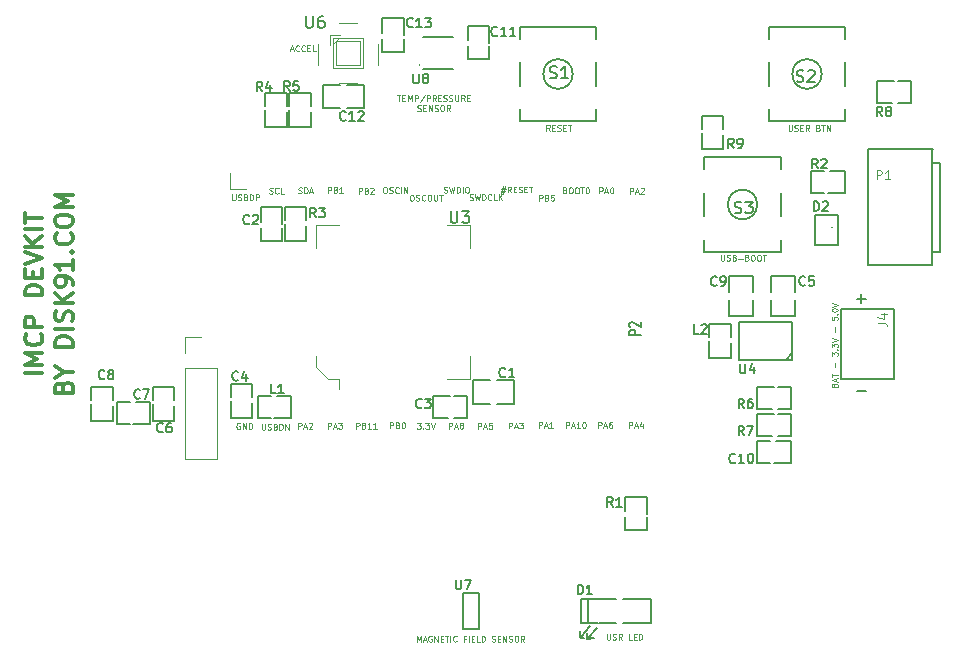
<source format=gbr>
G04 #@! TF.GenerationSoftware,KiCad,Pcbnew,(5.1.5-0-10_14)*
G04 #@! TF.CreationDate,2020-06-28T10:11:47+02:00*
G04 #@! TF.ProjectId,imcp-devkit,696d6370-2d64-4657-966b-69742e6b6963,rev?*
G04 #@! TF.SameCoordinates,Original*
G04 #@! TF.FileFunction,Legend,Top*
G04 #@! TF.FilePolarity,Positive*
%FSLAX46Y46*%
G04 Gerber Fmt 4.6, Leading zero omitted, Abs format (unit mm)*
G04 Created by KiCad (PCBNEW (5.1.5-0-10_14)) date 2020-06-28 10:11:47*
%MOMM*%
%LPD*%
G04 APERTURE LIST*
%ADD10C,0.100000*%
%ADD11C,0.150000*%
%ADD12C,0.200000*%
%ADD13C,0.300000*%
%ADD14C,0.120000*%
%ADD15C,0.127000*%
%ADD16C,0.170180*%
G04 APERTURE END LIST*
D10*
X83286647Y-82160300D02*
X83239028Y-82136490D01*
X83167600Y-82136490D01*
X83096171Y-82160300D01*
X83048552Y-82207919D01*
X83024742Y-82255538D01*
X83000933Y-82350776D01*
X83000933Y-82422204D01*
X83024742Y-82517442D01*
X83048552Y-82565061D01*
X83096171Y-82612680D01*
X83167600Y-82636490D01*
X83215219Y-82636490D01*
X83286647Y-82612680D01*
X83310457Y-82588871D01*
X83310457Y-82422204D01*
X83215219Y-82422204D01*
X83524742Y-82636490D02*
X83524742Y-82136490D01*
X83810457Y-82636490D01*
X83810457Y-82136490D01*
X84048552Y-82636490D02*
X84048552Y-82136490D01*
X84167600Y-82136490D01*
X84239028Y-82160300D01*
X84286647Y-82207919D01*
X84310457Y-82255538D01*
X84334266Y-82350776D01*
X84334266Y-82422204D01*
X84310457Y-82517442D01*
X84286647Y-82565061D01*
X84239028Y-82612680D01*
X84167600Y-82636490D01*
X84048552Y-82636490D01*
X85153642Y-82199990D02*
X85153642Y-82604752D01*
X85177452Y-82652371D01*
X85201261Y-82676180D01*
X85248880Y-82699990D01*
X85344119Y-82699990D01*
X85391738Y-82676180D01*
X85415547Y-82652371D01*
X85439357Y-82604752D01*
X85439357Y-82199990D01*
X85653642Y-82676180D02*
X85725071Y-82699990D01*
X85844119Y-82699990D01*
X85891738Y-82676180D01*
X85915547Y-82652371D01*
X85939357Y-82604752D01*
X85939357Y-82557133D01*
X85915547Y-82509514D01*
X85891738Y-82485704D01*
X85844119Y-82461895D01*
X85748880Y-82438085D01*
X85701261Y-82414276D01*
X85677452Y-82390466D01*
X85653642Y-82342847D01*
X85653642Y-82295228D01*
X85677452Y-82247609D01*
X85701261Y-82223800D01*
X85748880Y-82199990D01*
X85867928Y-82199990D01*
X85939357Y-82223800D01*
X86320309Y-82438085D02*
X86391738Y-82461895D01*
X86415547Y-82485704D01*
X86439357Y-82533323D01*
X86439357Y-82604752D01*
X86415547Y-82652371D01*
X86391738Y-82676180D01*
X86344119Y-82699990D01*
X86153642Y-82699990D01*
X86153642Y-82199990D01*
X86320309Y-82199990D01*
X86367928Y-82223800D01*
X86391738Y-82247609D01*
X86415547Y-82295228D01*
X86415547Y-82342847D01*
X86391738Y-82390466D01*
X86367928Y-82414276D01*
X86320309Y-82438085D01*
X86153642Y-82438085D01*
X86653642Y-82699990D02*
X86653642Y-82199990D01*
X86772690Y-82199990D01*
X86844119Y-82223800D01*
X86891738Y-82271419D01*
X86915547Y-82319038D01*
X86939357Y-82414276D01*
X86939357Y-82485704D01*
X86915547Y-82580942D01*
X86891738Y-82628561D01*
X86844119Y-82676180D01*
X86772690Y-82699990D01*
X86653642Y-82699990D01*
X87153642Y-82699990D02*
X87153642Y-82199990D01*
X87439357Y-82699990D01*
X87439357Y-82199990D01*
X88240466Y-82598390D02*
X88240466Y-82098390D01*
X88430942Y-82098390D01*
X88478561Y-82122200D01*
X88502371Y-82146009D01*
X88526180Y-82193628D01*
X88526180Y-82265057D01*
X88502371Y-82312676D01*
X88478561Y-82336485D01*
X88430942Y-82360295D01*
X88240466Y-82360295D01*
X88716657Y-82455533D02*
X88954752Y-82455533D01*
X88669038Y-82598390D02*
X88835704Y-82098390D01*
X89002371Y-82598390D01*
X89145228Y-82146009D02*
X89169038Y-82122200D01*
X89216657Y-82098390D01*
X89335704Y-82098390D01*
X89383323Y-82122200D01*
X89407133Y-82146009D01*
X89430942Y-82193628D01*
X89430942Y-82241247D01*
X89407133Y-82312676D01*
X89121419Y-82598390D01*
X89430942Y-82598390D01*
X90767766Y-82598390D02*
X90767766Y-82098390D01*
X90958242Y-82098390D01*
X91005861Y-82122200D01*
X91029671Y-82146009D01*
X91053480Y-82193628D01*
X91053480Y-82265057D01*
X91029671Y-82312676D01*
X91005861Y-82336485D01*
X90958242Y-82360295D01*
X90767766Y-82360295D01*
X91243957Y-82455533D02*
X91482052Y-82455533D01*
X91196338Y-82598390D02*
X91363004Y-82098390D01*
X91529671Y-82598390D01*
X91648719Y-82098390D02*
X91958242Y-82098390D01*
X91791576Y-82288866D01*
X91863004Y-82288866D01*
X91910623Y-82312676D01*
X91934433Y-82336485D01*
X91958242Y-82384104D01*
X91958242Y-82503152D01*
X91934433Y-82550771D01*
X91910623Y-82574580D01*
X91863004Y-82598390D01*
X91720147Y-82598390D01*
X91672528Y-82574580D01*
X91648719Y-82550771D01*
X93148257Y-82598390D02*
X93148257Y-82098390D01*
X93338733Y-82098390D01*
X93386352Y-82122200D01*
X93410161Y-82146009D01*
X93433971Y-82193628D01*
X93433971Y-82265057D01*
X93410161Y-82312676D01*
X93386352Y-82336485D01*
X93338733Y-82360295D01*
X93148257Y-82360295D01*
X93814923Y-82336485D02*
X93886352Y-82360295D01*
X93910161Y-82384104D01*
X93933971Y-82431723D01*
X93933971Y-82503152D01*
X93910161Y-82550771D01*
X93886352Y-82574580D01*
X93838733Y-82598390D01*
X93648257Y-82598390D01*
X93648257Y-82098390D01*
X93814923Y-82098390D01*
X93862542Y-82122200D01*
X93886352Y-82146009D01*
X93910161Y-82193628D01*
X93910161Y-82241247D01*
X93886352Y-82288866D01*
X93862542Y-82312676D01*
X93814923Y-82336485D01*
X93648257Y-82336485D01*
X94410161Y-82598390D02*
X94124447Y-82598390D01*
X94267304Y-82598390D02*
X94267304Y-82098390D01*
X94219685Y-82169819D01*
X94172066Y-82217438D01*
X94124447Y-82241247D01*
X94886352Y-82598390D02*
X94600638Y-82598390D01*
X94743495Y-82598390D02*
X94743495Y-82098390D01*
X94695876Y-82169819D01*
X94648257Y-82217438D01*
X94600638Y-82241247D01*
X96015252Y-82572990D02*
X96015252Y-82072990D01*
X96205728Y-82072990D01*
X96253347Y-82096800D01*
X96277157Y-82120609D01*
X96300966Y-82168228D01*
X96300966Y-82239657D01*
X96277157Y-82287276D01*
X96253347Y-82311085D01*
X96205728Y-82334895D01*
X96015252Y-82334895D01*
X96681919Y-82311085D02*
X96753347Y-82334895D01*
X96777157Y-82358704D01*
X96800966Y-82406323D01*
X96800966Y-82477752D01*
X96777157Y-82525371D01*
X96753347Y-82549180D01*
X96705728Y-82572990D01*
X96515252Y-82572990D01*
X96515252Y-82072990D01*
X96681919Y-82072990D01*
X96729538Y-82096800D01*
X96753347Y-82120609D01*
X96777157Y-82168228D01*
X96777157Y-82215847D01*
X96753347Y-82263466D01*
X96729538Y-82287276D01*
X96681919Y-82311085D01*
X96515252Y-82311085D01*
X97110490Y-82072990D02*
X97158109Y-82072990D01*
X97205728Y-82096800D01*
X97229538Y-82120609D01*
X97253347Y-82168228D01*
X97277157Y-82263466D01*
X97277157Y-82382514D01*
X97253347Y-82477752D01*
X97229538Y-82525371D01*
X97205728Y-82549180D01*
X97158109Y-82572990D01*
X97110490Y-82572990D01*
X97062871Y-82549180D01*
X97039061Y-82525371D01*
X97015252Y-82477752D01*
X96991442Y-82382514D01*
X96991442Y-82263466D01*
X97015252Y-82168228D01*
X97039061Y-82120609D01*
X97062871Y-82096800D01*
X97110490Y-82072990D01*
X98296504Y-82123790D02*
X98606028Y-82123790D01*
X98439361Y-82314266D01*
X98510790Y-82314266D01*
X98558409Y-82338076D01*
X98582219Y-82361885D01*
X98606028Y-82409504D01*
X98606028Y-82528552D01*
X98582219Y-82576171D01*
X98558409Y-82599980D01*
X98510790Y-82623790D01*
X98367933Y-82623790D01*
X98320314Y-82599980D01*
X98296504Y-82576171D01*
X98820314Y-82576171D02*
X98844123Y-82599980D01*
X98820314Y-82623790D01*
X98796504Y-82599980D01*
X98820314Y-82576171D01*
X98820314Y-82623790D01*
X99010790Y-82123790D02*
X99320314Y-82123790D01*
X99153647Y-82314266D01*
X99225076Y-82314266D01*
X99272695Y-82338076D01*
X99296504Y-82361885D01*
X99320314Y-82409504D01*
X99320314Y-82528552D01*
X99296504Y-82576171D01*
X99272695Y-82599980D01*
X99225076Y-82623790D01*
X99082219Y-82623790D01*
X99034600Y-82599980D01*
X99010790Y-82576171D01*
X99463171Y-82123790D02*
X99629838Y-82623790D01*
X99796504Y-82123790D01*
X101003966Y-82598390D02*
X101003966Y-82098390D01*
X101194442Y-82098390D01*
X101242061Y-82122200D01*
X101265871Y-82146009D01*
X101289680Y-82193628D01*
X101289680Y-82265057D01*
X101265871Y-82312676D01*
X101242061Y-82336485D01*
X101194442Y-82360295D01*
X101003966Y-82360295D01*
X101480157Y-82455533D02*
X101718252Y-82455533D01*
X101432538Y-82598390D02*
X101599204Y-82098390D01*
X101765871Y-82598390D01*
X102003966Y-82312676D02*
X101956347Y-82288866D01*
X101932538Y-82265057D01*
X101908728Y-82217438D01*
X101908728Y-82193628D01*
X101932538Y-82146009D01*
X101956347Y-82122200D01*
X102003966Y-82098390D01*
X102099204Y-82098390D01*
X102146823Y-82122200D01*
X102170633Y-82146009D01*
X102194442Y-82193628D01*
X102194442Y-82217438D01*
X102170633Y-82265057D01*
X102146823Y-82288866D01*
X102099204Y-82312676D01*
X102003966Y-82312676D01*
X101956347Y-82336485D01*
X101932538Y-82360295D01*
X101908728Y-82407914D01*
X101908728Y-82503152D01*
X101932538Y-82550771D01*
X101956347Y-82574580D01*
X102003966Y-82598390D01*
X102099204Y-82598390D01*
X102146823Y-82574580D01*
X102170633Y-82550771D01*
X102194442Y-82503152D01*
X102194442Y-82407914D01*
X102170633Y-82360295D01*
X102146823Y-82336485D01*
X102099204Y-82312676D01*
X103467766Y-82623790D02*
X103467766Y-82123790D01*
X103658242Y-82123790D01*
X103705861Y-82147600D01*
X103729671Y-82171409D01*
X103753480Y-82219028D01*
X103753480Y-82290457D01*
X103729671Y-82338076D01*
X103705861Y-82361885D01*
X103658242Y-82385695D01*
X103467766Y-82385695D01*
X103943957Y-82480933D02*
X104182052Y-82480933D01*
X103896338Y-82623790D02*
X104063004Y-82123790D01*
X104229671Y-82623790D01*
X104634433Y-82123790D02*
X104396338Y-82123790D01*
X104372528Y-82361885D01*
X104396338Y-82338076D01*
X104443957Y-82314266D01*
X104563004Y-82314266D01*
X104610623Y-82338076D01*
X104634433Y-82361885D01*
X104658242Y-82409504D01*
X104658242Y-82528552D01*
X104634433Y-82576171D01*
X104610623Y-82599980D01*
X104563004Y-82623790D01*
X104443957Y-82623790D01*
X104396338Y-82599980D01*
X104372528Y-82576171D01*
X106071266Y-82585690D02*
X106071266Y-82085690D01*
X106261742Y-82085690D01*
X106309361Y-82109500D01*
X106333171Y-82133309D01*
X106356980Y-82180928D01*
X106356980Y-82252357D01*
X106333171Y-82299976D01*
X106309361Y-82323785D01*
X106261742Y-82347595D01*
X106071266Y-82347595D01*
X106547457Y-82442833D02*
X106785552Y-82442833D01*
X106499838Y-82585690D02*
X106666504Y-82085690D01*
X106833171Y-82585690D01*
X106952219Y-82085690D02*
X107261742Y-82085690D01*
X107095076Y-82276166D01*
X107166504Y-82276166D01*
X107214123Y-82299976D01*
X107237933Y-82323785D01*
X107261742Y-82371404D01*
X107261742Y-82490452D01*
X107237933Y-82538071D01*
X107214123Y-82561880D01*
X107166504Y-82585690D01*
X107023647Y-82585690D01*
X106976028Y-82561880D01*
X106952219Y-82538071D01*
X108598566Y-82534890D02*
X108598566Y-82034890D01*
X108789042Y-82034890D01*
X108836661Y-82058700D01*
X108860471Y-82082509D01*
X108884280Y-82130128D01*
X108884280Y-82201557D01*
X108860471Y-82249176D01*
X108836661Y-82272985D01*
X108789042Y-82296795D01*
X108598566Y-82296795D01*
X109074757Y-82392033D02*
X109312852Y-82392033D01*
X109027138Y-82534890D02*
X109193804Y-82034890D01*
X109360471Y-82534890D01*
X109789042Y-82534890D02*
X109503328Y-82534890D01*
X109646185Y-82534890D02*
X109646185Y-82034890D01*
X109598566Y-82106319D01*
X109550947Y-82153938D01*
X109503328Y-82177747D01*
X110913171Y-82560290D02*
X110913171Y-82060290D01*
X111103647Y-82060290D01*
X111151266Y-82084100D01*
X111175076Y-82107909D01*
X111198885Y-82155528D01*
X111198885Y-82226957D01*
X111175076Y-82274576D01*
X111151266Y-82298385D01*
X111103647Y-82322195D01*
X110913171Y-82322195D01*
X111389361Y-82417433D02*
X111627457Y-82417433D01*
X111341742Y-82560290D02*
X111508409Y-82060290D01*
X111675076Y-82560290D01*
X112103647Y-82560290D02*
X111817933Y-82560290D01*
X111960790Y-82560290D02*
X111960790Y-82060290D01*
X111913171Y-82131719D01*
X111865552Y-82179338D01*
X111817933Y-82203147D01*
X112413171Y-82060290D02*
X112460790Y-82060290D01*
X112508409Y-82084100D01*
X112532219Y-82107909D01*
X112556028Y-82155528D01*
X112579838Y-82250766D01*
X112579838Y-82369814D01*
X112556028Y-82465052D01*
X112532219Y-82512671D01*
X112508409Y-82536480D01*
X112460790Y-82560290D01*
X112413171Y-82560290D01*
X112365552Y-82536480D01*
X112341742Y-82512671D01*
X112317933Y-82465052D01*
X112294123Y-82369814D01*
X112294123Y-82250766D01*
X112317933Y-82155528D01*
X112341742Y-82107909D01*
X112365552Y-82084100D01*
X112413171Y-82060290D01*
X113653166Y-82547590D02*
X113653166Y-82047590D01*
X113843642Y-82047590D01*
X113891261Y-82071400D01*
X113915071Y-82095209D01*
X113938880Y-82142828D01*
X113938880Y-82214257D01*
X113915071Y-82261876D01*
X113891261Y-82285685D01*
X113843642Y-82309495D01*
X113653166Y-82309495D01*
X114129357Y-82404733D02*
X114367452Y-82404733D01*
X114081738Y-82547590D02*
X114248404Y-82047590D01*
X114415071Y-82547590D01*
X114796023Y-82047590D02*
X114700785Y-82047590D01*
X114653166Y-82071400D01*
X114629357Y-82095209D01*
X114581738Y-82166638D01*
X114557928Y-82261876D01*
X114557928Y-82452352D01*
X114581738Y-82499971D01*
X114605547Y-82523780D01*
X114653166Y-82547590D01*
X114748404Y-82547590D01*
X114796023Y-82523780D01*
X114819833Y-82499971D01*
X114843642Y-82452352D01*
X114843642Y-82333304D01*
X114819833Y-82285685D01*
X114796023Y-82261876D01*
X114748404Y-82238066D01*
X114653166Y-82238066D01*
X114605547Y-82261876D01*
X114581738Y-82285685D01*
X114557928Y-82333304D01*
X116256666Y-82547590D02*
X116256666Y-82047590D01*
X116447142Y-82047590D01*
X116494761Y-82071400D01*
X116518571Y-82095209D01*
X116542380Y-82142828D01*
X116542380Y-82214257D01*
X116518571Y-82261876D01*
X116494761Y-82285685D01*
X116447142Y-82309495D01*
X116256666Y-82309495D01*
X116732857Y-82404733D02*
X116970952Y-82404733D01*
X116685238Y-82547590D02*
X116851904Y-82047590D01*
X117018571Y-82547590D01*
X117399523Y-82214257D02*
X117399523Y-82547590D01*
X117280476Y-82023780D02*
X117161428Y-82380923D01*
X117470952Y-82380923D01*
X116320166Y-62710190D02*
X116320166Y-62210190D01*
X116510642Y-62210190D01*
X116558261Y-62234000D01*
X116582071Y-62257809D01*
X116605880Y-62305428D01*
X116605880Y-62376857D01*
X116582071Y-62424476D01*
X116558261Y-62448285D01*
X116510642Y-62472095D01*
X116320166Y-62472095D01*
X116796357Y-62567333D02*
X117034452Y-62567333D01*
X116748738Y-62710190D02*
X116915404Y-62210190D01*
X117082071Y-62710190D01*
X117224928Y-62257809D02*
X117248738Y-62234000D01*
X117296357Y-62210190D01*
X117415404Y-62210190D01*
X117463023Y-62234000D01*
X117486833Y-62257809D01*
X117510642Y-62305428D01*
X117510642Y-62353047D01*
X117486833Y-62424476D01*
X117201119Y-62710190D01*
X117510642Y-62710190D01*
X113742066Y-62684790D02*
X113742066Y-62184790D01*
X113932542Y-62184790D01*
X113980161Y-62208600D01*
X114003971Y-62232409D01*
X114027780Y-62280028D01*
X114027780Y-62351457D01*
X114003971Y-62399076D01*
X113980161Y-62422885D01*
X113932542Y-62446695D01*
X113742066Y-62446695D01*
X114218257Y-62541933D02*
X114456352Y-62541933D01*
X114170638Y-62684790D02*
X114337304Y-62184790D01*
X114503971Y-62684790D01*
X114765876Y-62184790D02*
X114813495Y-62184790D01*
X114861114Y-62208600D01*
X114884923Y-62232409D01*
X114908733Y-62280028D01*
X114932542Y-62375266D01*
X114932542Y-62494314D01*
X114908733Y-62589552D01*
X114884923Y-62637171D01*
X114861114Y-62660980D01*
X114813495Y-62684790D01*
X114765876Y-62684790D01*
X114718257Y-62660980D01*
X114694447Y-62637171D01*
X114670638Y-62589552D01*
X114646828Y-62494314D01*
X114646828Y-62375266D01*
X114670638Y-62280028D01*
X114694447Y-62232409D01*
X114718257Y-62208600D01*
X114765876Y-62184790D01*
X110830633Y-62422885D02*
X110902061Y-62446695D01*
X110925871Y-62470504D01*
X110949680Y-62518123D01*
X110949680Y-62589552D01*
X110925871Y-62637171D01*
X110902061Y-62660980D01*
X110854442Y-62684790D01*
X110663966Y-62684790D01*
X110663966Y-62184790D01*
X110830633Y-62184790D01*
X110878252Y-62208600D01*
X110902061Y-62232409D01*
X110925871Y-62280028D01*
X110925871Y-62327647D01*
X110902061Y-62375266D01*
X110878252Y-62399076D01*
X110830633Y-62422885D01*
X110663966Y-62422885D01*
X111259204Y-62184790D02*
X111354442Y-62184790D01*
X111402061Y-62208600D01*
X111449680Y-62256219D01*
X111473490Y-62351457D01*
X111473490Y-62518123D01*
X111449680Y-62613361D01*
X111402061Y-62660980D01*
X111354442Y-62684790D01*
X111259204Y-62684790D01*
X111211585Y-62660980D01*
X111163966Y-62613361D01*
X111140157Y-62518123D01*
X111140157Y-62351457D01*
X111163966Y-62256219D01*
X111211585Y-62208600D01*
X111259204Y-62184790D01*
X111783014Y-62184790D02*
X111878252Y-62184790D01*
X111925871Y-62208600D01*
X111973490Y-62256219D01*
X111997300Y-62351457D01*
X111997300Y-62518123D01*
X111973490Y-62613361D01*
X111925871Y-62660980D01*
X111878252Y-62684790D01*
X111783014Y-62684790D01*
X111735395Y-62660980D01*
X111687776Y-62613361D01*
X111663966Y-62518123D01*
X111663966Y-62351457D01*
X111687776Y-62256219D01*
X111735395Y-62208600D01*
X111783014Y-62184790D01*
X112140157Y-62184790D02*
X112425871Y-62184790D01*
X112283014Y-62684790D02*
X112283014Y-62184790D01*
X112687776Y-62184790D02*
X112735395Y-62184790D01*
X112783014Y-62208600D01*
X112806823Y-62232409D01*
X112830633Y-62280028D01*
X112854442Y-62375266D01*
X112854442Y-62494314D01*
X112830633Y-62589552D01*
X112806823Y-62637171D01*
X112783014Y-62660980D01*
X112735395Y-62684790D01*
X112687776Y-62684790D01*
X112640157Y-62660980D01*
X112616347Y-62637171D01*
X112592538Y-62589552D01*
X112568728Y-62494314D01*
X112568728Y-62375266D01*
X112592538Y-62280028D01*
X112616347Y-62232409D01*
X112640157Y-62208600D01*
X112687776Y-62184790D01*
X108639052Y-63307090D02*
X108639052Y-62807090D01*
X108829528Y-62807090D01*
X108877147Y-62830900D01*
X108900957Y-62854709D01*
X108924766Y-62902328D01*
X108924766Y-62973757D01*
X108900957Y-63021376D01*
X108877147Y-63045185D01*
X108829528Y-63068995D01*
X108639052Y-63068995D01*
X109305719Y-63045185D02*
X109377147Y-63068995D01*
X109400957Y-63092804D01*
X109424766Y-63140423D01*
X109424766Y-63211852D01*
X109400957Y-63259471D01*
X109377147Y-63283280D01*
X109329528Y-63307090D01*
X109139052Y-63307090D01*
X109139052Y-62807090D01*
X109305719Y-62807090D01*
X109353338Y-62830900D01*
X109377147Y-62854709D01*
X109400957Y-62902328D01*
X109400957Y-62949947D01*
X109377147Y-62997566D01*
X109353338Y-63021376D01*
X109305719Y-63045185D01*
X109139052Y-63045185D01*
X109877147Y-62807090D02*
X109639052Y-62807090D01*
X109615242Y-63045185D01*
X109639052Y-63021376D01*
X109686671Y-62997566D01*
X109805719Y-62997566D01*
X109853338Y-63021376D01*
X109877147Y-63045185D01*
X109900957Y-63092804D01*
X109900957Y-63211852D01*
X109877147Y-63259471D01*
X109853338Y-63283280D01*
X109805719Y-63307090D01*
X109686671Y-63307090D01*
X109639052Y-63283280D01*
X109615242Y-63259471D01*
X105445085Y-62275257D02*
X105802228Y-62275257D01*
X105587942Y-62060971D02*
X105445085Y-62703828D01*
X105754609Y-62489542D02*
X105397466Y-62489542D01*
X105611752Y-62703828D02*
X105754609Y-62060971D01*
X106254609Y-62608590D02*
X106087942Y-62370495D01*
X105968895Y-62608590D02*
X105968895Y-62108590D01*
X106159371Y-62108590D01*
X106206990Y-62132400D01*
X106230800Y-62156209D01*
X106254609Y-62203828D01*
X106254609Y-62275257D01*
X106230800Y-62322876D01*
X106206990Y-62346685D01*
X106159371Y-62370495D01*
X105968895Y-62370495D01*
X106468895Y-62346685D02*
X106635561Y-62346685D01*
X106706990Y-62608590D02*
X106468895Y-62608590D01*
X106468895Y-62108590D01*
X106706990Y-62108590D01*
X106897466Y-62584780D02*
X106968895Y-62608590D01*
X107087942Y-62608590D01*
X107135561Y-62584780D01*
X107159371Y-62560971D01*
X107183180Y-62513352D01*
X107183180Y-62465733D01*
X107159371Y-62418114D01*
X107135561Y-62394304D01*
X107087942Y-62370495D01*
X106992704Y-62346685D01*
X106945085Y-62322876D01*
X106921276Y-62299066D01*
X106897466Y-62251447D01*
X106897466Y-62203828D01*
X106921276Y-62156209D01*
X106945085Y-62132400D01*
X106992704Y-62108590D01*
X107111752Y-62108590D01*
X107183180Y-62132400D01*
X107397466Y-62346685D02*
X107564133Y-62346685D01*
X107635561Y-62608590D02*
X107397466Y-62608590D01*
X107397466Y-62108590D01*
X107635561Y-62108590D01*
X107778419Y-62108590D02*
X108064133Y-62108590D01*
X107921276Y-62608590D02*
X107921276Y-62108590D01*
X102746347Y-63232480D02*
X102817776Y-63256290D01*
X102936823Y-63256290D01*
X102984442Y-63232480D01*
X103008252Y-63208671D01*
X103032061Y-63161052D01*
X103032061Y-63113433D01*
X103008252Y-63065814D01*
X102984442Y-63042004D01*
X102936823Y-63018195D01*
X102841585Y-62994385D01*
X102793966Y-62970576D01*
X102770157Y-62946766D01*
X102746347Y-62899147D01*
X102746347Y-62851528D01*
X102770157Y-62803909D01*
X102793966Y-62780100D01*
X102841585Y-62756290D01*
X102960633Y-62756290D01*
X103032061Y-62780100D01*
X103198728Y-62756290D02*
X103317776Y-63256290D01*
X103413014Y-62899147D01*
X103508252Y-63256290D01*
X103627300Y-62756290D01*
X103817776Y-63256290D02*
X103817776Y-62756290D01*
X103936823Y-62756290D01*
X104008252Y-62780100D01*
X104055871Y-62827719D01*
X104079680Y-62875338D01*
X104103490Y-62970576D01*
X104103490Y-63042004D01*
X104079680Y-63137242D01*
X104055871Y-63184861D01*
X104008252Y-63232480D01*
X103936823Y-63256290D01*
X103817776Y-63256290D01*
X104603490Y-63208671D02*
X104579680Y-63232480D01*
X104508252Y-63256290D01*
X104460633Y-63256290D01*
X104389204Y-63232480D01*
X104341585Y-63184861D01*
X104317776Y-63137242D01*
X104293966Y-63042004D01*
X104293966Y-62970576D01*
X104317776Y-62875338D01*
X104341585Y-62827719D01*
X104389204Y-62780100D01*
X104460633Y-62756290D01*
X104508252Y-62756290D01*
X104579680Y-62780100D01*
X104603490Y-62803909D01*
X105055871Y-63256290D02*
X104817776Y-63256290D01*
X104817776Y-62756290D01*
X105222538Y-63256290D02*
X105222538Y-62756290D01*
X105508252Y-63256290D02*
X105293966Y-62970576D01*
X105508252Y-62756290D02*
X105222538Y-63042004D01*
X100591276Y-62597480D02*
X100662704Y-62621290D01*
X100781752Y-62621290D01*
X100829371Y-62597480D01*
X100853180Y-62573671D01*
X100876990Y-62526052D01*
X100876990Y-62478433D01*
X100853180Y-62430814D01*
X100829371Y-62407004D01*
X100781752Y-62383195D01*
X100686514Y-62359385D01*
X100638895Y-62335576D01*
X100615085Y-62311766D01*
X100591276Y-62264147D01*
X100591276Y-62216528D01*
X100615085Y-62168909D01*
X100638895Y-62145100D01*
X100686514Y-62121290D01*
X100805561Y-62121290D01*
X100876990Y-62145100D01*
X101043657Y-62121290D02*
X101162704Y-62621290D01*
X101257942Y-62264147D01*
X101353180Y-62621290D01*
X101472228Y-62121290D01*
X101662704Y-62621290D02*
X101662704Y-62121290D01*
X101781752Y-62121290D01*
X101853180Y-62145100D01*
X101900800Y-62192719D01*
X101924609Y-62240338D01*
X101948419Y-62335576D01*
X101948419Y-62407004D01*
X101924609Y-62502242D01*
X101900800Y-62549861D01*
X101853180Y-62597480D01*
X101781752Y-62621290D01*
X101662704Y-62621290D01*
X102162704Y-62621290D02*
X102162704Y-62121290D01*
X102496038Y-62121290D02*
X102591276Y-62121290D01*
X102638895Y-62145100D01*
X102686514Y-62192719D01*
X102710323Y-62287957D01*
X102710323Y-62454623D01*
X102686514Y-62549861D01*
X102638895Y-62597480D01*
X102591276Y-62621290D01*
X102496038Y-62621290D01*
X102448419Y-62597480D01*
X102400800Y-62549861D01*
X102376990Y-62454623D01*
X102376990Y-62287957D01*
X102400800Y-62192719D01*
X102448419Y-62145100D01*
X102496038Y-62121290D01*
X97810000Y-62794390D02*
X97905238Y-62794390D01*
X97952857Y-62818200D01*
X98000476Y-62865819D01*
X98024285Y-62961057D01*
X98024285Y-63127723D01*
X98000476Y-63222961D01*
X97952857Y-63270580D01*
X97905238Y-63294390D01*
X97810000Y-63294390D01*
X97762380Y-63270580D01*
X97714761Y-63222961D01*
X97690952Y-63127723D01*
X97690952Y-62961057D01*
X97714761Y-62865819D01*
X97762380Y-62818200D01*
X97810000Y-62794390D01*
X98214761Y-63270580D02*
X98286190Y-63294390D01*
X98405238Y-63294390D01*
X98452857Y-63270580D01*
X98476666Y-63246771D01*
X98500476Y-63199152D01*
X98500476Y-63151533D01*
X98476666Y-63103914D01*
X98452857Y-63080104D01*
X98405238Y-63056295D01*
X98310000Y-63032485D01*
X98262380Y-63008676D01*
X98238571Y-62984866D01*
X98214761Y-62937247D01*
X98214761Y-62889628D01*
X98238571Y-62842009D01*
X98262380Y-62818200D01*
X98310000Y-62794390D01*
X98429047Y-62794390D01*
X98500476Y-62818200D01*
X99000476Y-63246771D02*
X98976666Y-63270580D01*
X98905238Y-63294390D01*
X98857619Y-63294390D01*
X98786190Y-63270580D01*
X98738571Y-63222961D01*
X98714761Y-63175342D01*
X98690952Y-63080104D01*
X98690952Y-63008676D01*
X98714761Y-62913438D01*
X98738571Y-62865819D01*
X98786190Y-62818200D01*
X98857619Y-62794390D01*
X98905238Y-62794390D01*
X98976666Y-62818200D01*
X99000476Y-62842009D01*
X99310000Y-62794390D02*
X99405238Y-62794390D01*
X99452857Y-62818200D01*
X99500476Y-62865819D01*
X99524285Y-62961057D01*
X99524285Y-63127723D01*
X99500476Y-63222961D01*
X99452857Y-63270580D01*
X99405238Y-63294390D01*
X99310000Y-63294390D01*
X99262380Y-63270580D01*
X99214761Y-63222961D01*
X99190952Y-63127723D01*
X99190952Y-62961057D01*
X99214761Y-62865819D01*
X99262380Y-62818200D01*
X99310000Y-62794390D01*
X99738571Y-62794390D02*
X99738571Y-63199152D01*
X99762380Y-63246771D01*
X99786190Y-63270580D01*
X99833809Y-63294390D01*
X99929047Y-63294390D01*
X99976666Y-63270580D01*
X100000476Y-63246771D01*
X100024285Y-63199152D01*
X100024285Y-62794390D01*
X100190952Y-62794390D02*
X100476666Y-62794390D01*
X100333809Y-63294390D02*
X100333809Y-62794390D01*
X95552533Y-62159390D02*
X95647771Y-62159390D01*
X95695390Y-62183200D01*
X95743009Y-62230819D01*
X95766819Y-62326057D01*
X95766819Y-62492723D01*
X95743009Y-62587961D01*
X95695390Y-62635580D01*
X95647771Y-62659390D01*
X95552533Y-62659390D01*
X95504914Y-62635580D01*
X95457295Y-62587961D01*
X95433485Y-62492723D01*
X95433485Y-62326057D01*
X95457295Y-62230819D01*
X95504914Y-62183200D01*
X95552533Y-62159390D01*
X95957295Y-62635580D02*
X96028723Y-62659390D01*
X96147771Y-62659390D01*
X96195390Y-62635580D01*
X96219200Y-62611771D01*
X96243009Y-62564152D01*
X96243009Y-62516533D01*
X96219200Y-62468914D01*
X96195390Y-62445104D01*
X96147771Y-62421295D01*
X96052533Y-62397485D01*
X96004914Y-62373676D01*
X95981104Y-62349866D01*
X95957295Y-62302247D01*
X95957295Y-62254628D01*
X95981104Y-62207009D01*
X96004914Y-62183200D01*
X96052533Y-62159390D01*
X96171580Y-62159390D01*
X96243009Y-62183200D01*
X96743009Y-62611771D02*
X96719200Y-62635580D01*
X96647771Y-62659390D01*
X96600152Y-62659390D01*
X96528723Y-62635580D01*
X96481104Y-62587961D01*
X96457295Y-62540342D01*
X96433485Y-62445104D01*
X96433485Y-62373676D01*
X96457295Y-62278438D01*
X96481104Y-62230819D01*
X96528723Y-62183200D01*
X96600152Y-62159390D01*
X96647771Y-62159390D01*
X96719200Y-62183200D01*
X96743009Y-62207009D01*
X96957295Y-62659390D02*
X96957295Y-62159390D01*
X97195390Y-62659390D02*
X97195390Y-62159390D01*
X97481104Y-62659390D01*
X97481104Y-62159390D01*
X93360952Y-62722890D02*
X93360952Y-62222890D01*
X93551428Y-62222890D01*
X93599047Y-62246700D01*
X93622857Y-62270509D01*
X93646666Y-62318128D01*
X93646666Y-62389557D01*
X93622857Y-62437176D01*
X93599047Y-62460985D01*
X93551428Y-62484795D01*
X93360952Y-62484795D01*
X94027619Y-62460985D02*
X94099047Y-62484795D01*
X94122857Y-62508604D01*
X94146666Y-62556223D01*
X94146666Y-62627652D01*
X94122857Y-62675271D01*
X94099047Y-62699080D01*
X94051428Y-62722890D01*
X93860952Y-62722890D01*
X93860952Y-62222890D01*
X94027619Y-62222890D01*
X94075238Y-62246700D01*
X94099047Y-62270509D01*
X94122857Y-62318128D01*
X94122857Y-62365747D01*
X94099047Y-62413366D01*
X94075238Y-62437176D01*
X94027619Y-62460985D01*
X93860952Y-62460985D01*
X94337142Y-62270509D02*
X94360952Y-62246700D01*
X94408571Y-62222890D01*
X94527619Y-62222890D01*
X94575238Y-62246700D01*
X94599047Y-62270509D01*
X94622857Y-62318128D01*
X94622857Y-62365747D01*
X94599047Y-62437176D01*
X94313333Y-62722890D01*
X94622857Y-62722890D01*
X90744752Y-62633990D02*
X90744752Y-62133990D01*
X90935228Y-62133990D01*
X90982847Y-62157800D01*
X91006657Y-62181609D01*
X91030466Y-62229228D01*
X91030466Y-62300657D01*
X91006657Y-62348276D01*
X90982847Y-62372085D01*
X90935228Y-62395895D01*
X90744752Y-62395895D01*
X91411419Y-62372085D02*
X91482847Y-62395895D01*
X91506657Y-62419704D01*
X91530466Y-62467323D01*
X91530466Y-62538752D01*
X91506657Y-62586371D01*
X91482847Y-62610180D01*
X91435228Y-62633990D01*
X91244752Y-62633990D01*
X91244752Y-62133990D01*
X91411419Y-62133990D01*
X91459038Y-62157800D01*
X91482847Y-62181609D01*
X91506657Y-62229228D01*
X91506657Y-62276847D01*
X91482847Y-62324466D01*
X91459038Y-62348276D01*
X91411419Y-62372085D01*
X91244752Y-62372085D01*
X92006657Y-62633990D02*
X91720942Y-62633990D01*
X91863800Y-62633990D02*
X91863800Y-62133990D01*
X91816180Y-62205419D01*
X91768561Y-62253038D01*
X91720942Y-62276847D01*
X88254757Y-62660980D02*
X88326185Y-62684790D01*
X88445233Y-62684790D01*
X88492852Y-62660980D01*
X88516661Y-62637171D01*
X88540471Y-62589552D01*
X88540471Y-62541933D01*
X88516661Y-62494314D01*
X88492852Y-62470504D01*
X88445233Y-62446695D01*
X88349995Y-62422885D01*
X88302376Y-62399076D01*
X88278566Y-62375266D01*
X88254757Y-62327647D01*
X88254757Y-62280028D01*
X88278566Y-62232409D01*
X88302376Y-62208600D01*
X88349995Y-62184790D01*
X88469042Y-62184790D01*
X88540471Y-62208600D01*
X88754757Y-62684790D02*
X88754757Y-62184790D01*
X88873804Y-62184790D01*
X88945233Y-62208600D01*
X88992852Y-62256219D01*
X89016661Y-62303838D01*
X89040471Y-62399076D01*
X89040471Y-62470504D01*
X89016661Y-62565742D01*
X88992852Y-62613361D01*
X88945233Y-62660980D01*
X88873804Y-62684790D01*
X88754757Y-62684790D01*
X89230947Y-62541933D02*
X89469042Y-62541933D01*
X89183328Y-62684790D02*
X89349995Y-62184790D01*
X89516661Y-62684790D01*
X85790161Y-62673680D02*
X85861590Y-62697490D01*
X85980638Y-62697490D01*
X86028257Y-62673680D01*
X86052066Y-62649871D01*
X86075876Y-62602252D01*
X86075876Y-62554633D01*
X86052066Y-62507014D01*
X86028257Y-62483204D01*
X85980638Y-62459395D01*
X85885400Y-62435585D01*
X85837780Y-62411776D01*
X85813971Y-62387966D01*
X85790161Y-62340347D01*
X85790161Y-62292728D01*
X85813971Y-62245109D01*
X85837780Y-62221300D01*
X85885400Y-62197490D01*
X86004447Y-62197490D01*
X86075876Y-62221300D01*
X86575876Y-62649871D02*
X86552066Y-62673680D01*
X86480638Y-62697490D01*
X86433019Y-62697490D01*
X86361590Y-62673680D01*
X86313971Y-62626061D01*
X86290161Y-62578442D01*
X86266352Y-62483204D01*
X86266352Y-62411776D01*
X86290161Y-62316538D01*
X86313971Y-62268919D01*
X86361590Y-62221300D01*
X86433019Y-62197490D01*
X86480638Y-62197490D01*
X86552066Y-62221300D01*
X86575876Y-62245109D01*
X87028257Y-62697490D02*
X86790161Y-62697490D01*
X86790161Y-62197490D01*
X82650947Y-62768990D02*
X82650947Y-63173752D01*
X82674757Y-63221371D01*
X82698566Y-63245180D01*
X82746185Y-63268990D01*
X82841423Y-63268990D01*
X82889042Y-63245180D01*
X82912852Y-63221371D01*
X82936661Y-63173752D01*
X82936661Y-62768990D01*
X83150947Y-63245180D02*
X83222376Y-63268990D01*
X83341423Y-63268990D01*
X83389042Y-63245180D01*
X83412852Y-63221371D01*
X83436661Y-63173752D01*
X83436661Y-63126133D01*
X83412852Y-63078514D01*
X83389042Y-63054704D01*
X83341423Y-63030895D01*
X83246185Y-63007085D01*
X83198566Y-62983276D01*
X83174757Y-62959466D01*
X83150947Y-62911847D01*
X83150947Y-62864228D01*
X83174757Y-62816609D01*
X83198566Y-62792800D01*
X83246185Y-62768990D01*
X83365233Y-62768990D01*
X83436661Y-62792800D01*
X83817614Y-63007085D02*
X83889042Y-63030895D01*
X83912852Y-63054704D01*
X83936661Y-63102323D01*
X83936661Y-63173752D01*
X83912852Y-63221371D01*
X83889042Y-63245180D01*
X83841423Y-63268990D01*
X83650947Y-63268990D01*
X83650947Y-62768990D01*
X83817614Y-62768990D01*
X83865233Y-62792800D01*
X83889042Y-62816609D01*
X83912852Y-62864228D01*
X83912852Y-62911847D01*
X83889042Y-62959466D01*
X83865233Y-62983276D01*
X83817614Y-63007085D01*
X83650947Y-63007085D01*
X84150947Y-63268990D02*
X84150947Y-62768990D01*
X84269995Y-62768990D01*
X84341423Y-62792800D01*
X84389042Y-62840419D01*
X84412852Y-62888038D01*
X84436661Y-62983276D01*
X84436661Y-63054704D01*
X84412852Y-63149942D01*
X84389042Y-63197561D01*
X84341423Y-63245180D01*
X84269995Y-63268990D01*
X84150947Y-63268990D01*
X84650947Y-63268990D02*
X84650947Y-62768990D01*
X84841423Y-62768990D01*
X84889042Y-62792800D01*
X84912852Y-62816609D01*
X84936661Y-62864228D01*
X84936661Y-62935657D01*
X84912852Y-62983276D01*
X84889042Y-63007085D01*
X84841423Y-63030895D01*
X84650947Y-63030895D01*
X87572980Y-50502333D02*
X87811076Y-50502333D01*
X87525361Y-50645190D02*
X87692028Y-50145190D01*
X87858695Y-50645190D01*
X88311076Y-50597571D02*
X88287266Y-50621380D01*
X88215838Y-50645190D01*
X88168219Y-50645190D01*
X88096790Y-50621380D01*
X88049171Y-50573761D01*
X88025361Y-50526142D01*
X88001552Y-50430904D01*
X88001552Y-50359476D01*
X88025361Y-50264238D01*
X88049171Y-50216619D01*
X88096790Y-50169000D01*
X88168219Y-50145190D01*
X88215838Y-50145190D01*
X88287266Y-50169000D01*
X88311076Y-50192809D01*
X88811076Y-50597571D02*
X88787266Y-50621380D01*
X88715838Y-50645190D01*
X88668219Y-50645190D01*
X88596790Y-50621380D01*
X88549171Y-50573761D01*
X88525361Y-50526142D01*
X88501552Y-50430904D01*
X88501552Y-50359476D01*
X88525361Y-50264238D01*
X88549171Y-50216619D01*
X88596790Y-50169000D01*
X88668219Y-50145190D01*
X88715838Y-50145190D01*
X88787266Y-50169000D01*
X88811076Y-50192809D01*
X89025361Y-50383285D02*
X89192028Y-50383285D01*
X89263457Y-50645190D02*
X89025361Y-50645190D01*
X89025361Y-50145190D01*
X89263457Y-50145190D01*
X89715838Y-50645190D02*
X89477742Y-50645190D01*
X89477742Y-50145190D01*
X96613257Y-54368390D02*
X96898971Y-54368390D01*
X96756114Y-54868390D02*
X96756114Y-54368390D01*
X97065638Y-54606485D02*
X97232304Y-54606485D01*
X97303733Y-54868390D02*
X97065638Y-54868390D01*
X97065638Y-54368390D01*
X97303733Y-54368390D01*
X97518019Y-54868390D02*
X97518019Y-54368390D01*
X97684685Y-54725533D01*
X97851352Y-54368390D01*
X97851352Y-54868390D01*
X98089447Y-54868390D02*
X98089447Y-54368390D01*
X98279923Y-54368390D01*
X98327542Y-54392200D01*
X98351352Y-54416009D01*
X98375161Y-54463628D01*
X98375161Y-54535057D01*
X98351352Y-54582676D01*
X98327542Y-54606485D01*
X98279923Y-54630295D01*
X98089447Y-54630295D01*
X98946590Y-54344580D02*
X98518019Y-54987438D01*
X99113257Y-54868390D02*
X99113257Y-54368390D01*
X99303733Y-54368390D01*
X99351352Y-54392200D01*
X99375161Y-54416009D01*
X99398971Y-54463628D01*
X99398971Y-54535057D01*
X99375161Y-54582676D01*
X99351352Y-54606485D01*
X99303733Y-54630295D01*
X99113257Y-54630295D01*
X99898971Y-54868390D02*
X99732304Y-54630295D01*
X99613257Y-54868390D02*
X99613257Y-54368390D01*
X99803733Y-54368390D01*
X99851352Y-54392200D01*
X99875161Y-54416009D01*
X99898971Y-54463628D01*
X99898971Y-54535057D01*
X99875161Y-54582676D01*
X99851352Y-54606485D01*
X99803733Y-54630295D01*
X99613257Y-54630295D01*
X100113257Y-54606485D02*
X100279923Y-54606485D01*
X100351352Y-54868390D02*
X100113257Y-54868390D01*
X100113257Y-54368390D01*
X100351352Y-54368390D01*
X100541828Y-54844580D02*
X100613257Y-54868390D01*
X100732304Y-54868390D01*
X100779923Y-54844580D01*
X100803733Y-54820771D01*
X100827542Y-54773152D01*
X100827542Y-54725533D01*
X100803733Y-54677914D01*
X100779923Y-54654104D01*
X100732304Y-54630295D01*
X100637066Y-54606485D01*
X100589447Y-54582676D01*
X100565638Y-54558866D01*
X100541828Y-54511247D01*
X100541828Y-54463628D01*
X100565638Y-54416009D01*
X100589447Y-54392200D01*
X100637066Y-54368390D01*
X100756114Y-54368390D01*
X100827542Y-54392200D01*
X101018019Y-54844580D02*
X101089447Y-54868390D01*
X101208495Y-54868390D01*
X101256114Y-54844580D01*
X101279923Y-54820771D01*
X101303733Y-54773152D01*
X101303733Y-54725533D01*
X101279923Y-54677914D01*
X101256114Y-54654104D01*
X101208495Y-54630295D01*
X101113257Y-54606485D01*
X101065638Y-54582676D01*
X101041828Y-54558866D01*
X101018019Y-54511247D01*
X101018019Y-54463628D01*
X101041828Y-54416009D01*
X101065638Y-54392200D01*
X101113257Y-54368390D01*
X101232304Y-54368390D01*
X101303733Y-54392200D01*
X101518019Y-54368390D02*
X101518019Y-54773152D01*
X101541828Y-54820771D01*
X101565638Y-54844580D01*
X101613257Y-54868390D01*
X101708495Y-54868390D01*
X101756114Y-54844580D01*
X101779923Y-54820771D01*
X101803733Y-54773152D01*
X101803733Y-54368390D01*
X102327542Y-54868390D02*
X102160876Y-54630295D01*
X102041828Y-54868390D02*
X102041828Y-54368390D01*
X102232304Y-54368390D01*
X102279923Y-54392200D01*
X102303733Y-54416009D01*
X102327542Y-54463628D01*
X102327542Y-54535057D01*
X102303733Y-54582676D01*
X102279923Y-54606485D01*
X102232304Y-54630295D01*
X102041828Y-54630295D01*
X102541828Y-54606485D02*
X102708495Y-54606485D01*
X102779923Y-54868390D02*
X102541828Y-54868390D01*
X102541828Y-54368390D01*
X102779923Y-54368390D01*
X98339447Y-55694580D02*
X98410876Y-55718390D01*
X98529923Y-55718390D01*
X98577542Y-55694580D01*
X98601352Y-55670771D01*
X98625161Y-55623152D01*
X98625161Y-55575533D01*
X98601352Y-55527914D01*
X98577542Y-55504104D01*
X98529923Y-55480295D01*
X98434685Y-55456485D01*
X98387066Y-55432676D01*
X98363257Y-55408866D01*
X98339447Y-55361247D01*
X98339447Y-55313628D01*
X98363257Y-55266009D01*
X98387066Y-55242200D01*
X98434685Y-55218390D01*
X98553733Y-55218390D01*
X98625161Y-55242200D01*
X98839447Y-55456485D02*
X99006114Y-55456485D01*
X99077542Y-55718390D02*
X98839447Y-55718390D01*
X98839447Y-55218390D01*
X99077542Y-55218390D01*
X99291828Y-55718390D02*
X99291828Y-55218390D01*
X99577542Y-55718390D01*
X99577542Y-55218390D01*
X99791828Y-55694580D02*
X99863257Y-55718390D01*
X99982304Y-55718390D01*
X100029923Y-55694580D01*
X100053733Y-55670771D01*
X100077542Y-55623152D01*
X100077542Y-55575533D01*
X100053733Y-55527914D01*
X100029923Y-55504104D01*
X99982304Y-55480295D01*
X99887066Y-55456485D01*
X99839447Y-55432676D01*
X99815638Y-55408866D01*
X99791828Y-55361247D01*
X99791828Y-55313628D01*
X99815638Y-55266009D01*
X99839447Y-55242200D01*
X99887066Y-55218390D01*
X100006114Y-55218390D01*
X100077542Y-55242200D01*
X100387066Y-55218390D02*
X100482304Y-55218390D01*
X100529923Y-55242200D01*
X100577542Y-55289819D01*
X100601352Y-55385057D01*
X100601352Y-55551723D01*
X100577542Y-55646961D01*
X100529923Y-55694580D01*
X100482304Y-55718390D01*
X100387066Y-55718390D01*
X100339447Y-55694580D01*
X100291828Y-55646961D01*
X100268019Y-55551723D01*
X100268019Y-55385057D01*
X100291828Y-55289819D01*
X100339447Y-55242200D01*
X100387066Y-55218390D01*
X101101352Y-55718390D02*
X100934685Y-55480295D01*
X100815638Y-55718390D02*
X100815638Y-55218390D01*
X101006114Y-55218390D01*
X101053733Y-55242200D01*
X101077542Y-55266009D01*
X101101352Y-55313628D01*
X101101352Y-55385057D01*
X101077542Y-55432676D01*
X101053733Y-55456485D01*
X101006114Y-55480295D01*
X100815638Y-55480295D01*
X114362100Y-99979990D02*
X114362100Y-100384752D01*
X114385909Y-100432371D01*
X114409719Y-100456180D01*
X114457338Y-100479990D01*
X114552576Y-100479990D01*
X114600195Y-100456180D01*
X114624004Y-100432371D01*
X114647814Y-100384752D01*
X114647814Y-99979990D01*
X114862100Y-100456180D02*
X114933528Y-100479990D01*
X115052576Y-100479990D01*
X115100195Y-100456180D01*
X115124004Y-100432371D01*
X115147814Y-100384752D01*
X115147814Y-100337133D01*
X115124004Y-100289514D01*
X115100195Y-100265704D01*
X115052576Y-100241895D01*
X114957338Y-100218085D01*
X114909719Y-100194276D01*
X114885909Y-100170466D01*
X114862100Y-100122847D01*
X114862100Y-100075228D01*
X114885909Y-100027609D01*
X114909719Y-100003800D01*
X114957338Y-99979990D01*
X115076385Y-99979990D01*
X115147814Y-100003800D01*
X115647814Y-100479990D02*
X115481147Y-100241895D01*
X115362100Y-100479990D02*
X115362100Y-99979990D01*
X115552576Y-99979990D01*
X115600195Y-100003800D01*
X115624004Y-100027609D01*
X115647814Y-100075228D01*
X115647814Y-100146657D01*
X115624004Y-100194276D01*
X115600195Y-100218085D01*
X115552576Y-100241895D01*
X115362100Y-100241895D01*
X116481147Y-100479990D02*
X116243052Y-100479990D01*
X116243052Y-99979990D01*
X116647814Y-100218085D02*
X116814480Y-100218085D01*
X116885909Y-100479990D02*
X116647814Y-100479990D01*
X116647814Y-99979990D01*
X116885909Y-99979990D01*
X117100195Y-100479990D02*
X117100195Y-99979990D01*
X117219242Y-99979990D01*
X117290671Y-100003800D01*
X117338290Y-100051419D01*
X117362100Y-100099038D01*
X117385909Y-100194276D01*
X117385909Y-100265704D01*
X117362100Y-100360942D01*
X117338290Y-100408561D01*
X117290671Y-100456180D01*
X117219242Y-100479990D01*
X117100195Y-100479990D01*
X98271580Y-100645090D02*
X98271580Y-100145090D01*
X98438247Y-100502233D01*
X98604914Y-100145090D01*
X98604914Y-100645090D01*
X98819200Y-100502233D02*
X99057295Y-100502233D01*
X98771580Y-100645090D02*
X98938247Y-100145090D01*
X99104914Y-100645090D01*
X99533485Y-100168900D02*
X99485866Y-100145090D01*
X99414438Y-100145090D01*
X99343009Y-100168900D01*
X99295390Y-100216519D01*
X99271580Y-100264138D01*
X99247771Y-100359376D01*
X99247771Y-100430804D01*
X99271580Y-100526042D01*
X99295390Y-100573661D01*
X99343009Y-100621280D01*
X99414438Y-100645090D01*
X99462057Y-100645090D01*
X99533485Y-100621280D01*
X99557295Y-100597471D01*
X99557295Y-100430804D01*
X99462057Y-100430804D01*
X99771580Y-100645090D02*
X99771580Y-100145090D01*
X100057295Y-100645090D01*
X100057295Y-100145090D01*
X100295390Y-100383185D02*
X100462057Y-100383185D01*
X100533485Y-100645090D02*
X100295390Y-100645090D01*
X100295390Y-100145090D01*
X100533485Y-100145090D01*
X100676342Y-100145090D02*
X100962057Y-100145090D01*
X100819200Y-100645090D02*
X100819200Y-100145090D01*
X101128723Y-100645090D02*
X101128723Y-100145090D01*
X101652533Y-100597471D02*
X101628723Y-100621280D01*
X101557295Y-100645090D01*
X101509676Y-100645090D01*
X101438247Y-100621280D01*
X101390628Y-100573661D01*
X101366819Y-100526042D01*
X101343009Y-100430804D01*
X101343009Y-100359376D01*
X101366819Y-100264138D01*
X101390628Y-100216519D01*
X101438247Y-100168900D01*
X101509676Y-100145090D01*
X101557295Y-100145090D01*
X101628723Y-100168900D01*
X101652533Y-100192709D01*
X102414438Y-100383185D02*
X102247771Y-100383185D01*
X102247771Y-100645090D02*
X102247771Y-100145090D01*
X102485866Y-100145090D01*
X102676342Y-100645090D02*
X102676342Y-100145090D01*
X102914438Y-100383185D02*
X103081104Y-100383185D01*
X103152533Y-100645090D02*
X102914438Y-100645090D01*
X102914438Y-100145090D01*
X103152533Y-100145090D01*
X103604914Y-100645090D02*
X103366819Y-100645090D01*
X103366819Y-100145090D01*
X103771580Y-100645090D02*
X103771580Y-100145090D01*
X103890628Y-100145090D01*
X103962057Y-100168900D01*
X104009676Y-100216519D01*
X104033485Y-100264138D01*
X104057295Y-100359376D01*
X104057295Y-100430804D01*
X104033485Y-100526042D01*
X104009676Y-100573661D01*
X103962057Y-100621280D01*
X103890628Y-100645090D01*
X103771580Y-100645090D01*
X104628723Y-100621280D02*
X104700152Y-100645090D01*
X104819200Y-100645090D01*
X104866819Y-100621280D01*
X104890628Y-100597471D01*
X104914438Y-100549852D01*
X104914438Y-100502233D01*
X104890628Y-100454614D01*
X104866819Y-100430804D01*
X104819200Y-100406995D01*
X104723961Y-100383185D01*
X104676342Y-100359376D01*
X104652533Y-100335566D01*
X104628723Y-100287947D01*
X104628723Y-100240328D01*
X104652533Y-100192709D01*
X104676342Y-100168900D01*
X104723961Y-100145090D01*
X104843009Y-100145090D01*
X104914438Y-100168900D01*
X105128723Y-100383185D02*
X105295390Y-100383185D01*
X105366819Y-100645090D02*
X105128723Y-100645090D01*
X105128723Y-100145090D01*
X105366819Y-100145090D01*
X105581104Y-100645090D02*
X105581104Y-100145090D01*
X105866819Y-100645090D01*
X105866819Y-100145090D01*
X106081104Y-100621280D02*
X106152533Y-100645090D01*
X106271580Y-100645090D01*
X106319200Y-100621280D01*
X106343009Y-100597471D01*
X106366819Y-100549852D01*
X106366819Y-100502233D01*
X106343009Y-100454614D01*
X106319200Y-100430804D01*
X106271580Y-100406995D01*
X106176342Y-100383185D01*
X106128723Y-100359376D01*
X106104914Y-100335566D01*
X106081104Y-100287947D01*
X106081104Y-100240328D01*
X106104914Y-100192709D01*
X106128723Y-100168900D01*
X106176342Y-100145090D01*
X106295390Y-100145090D01*
X106366819Y-100168900D01*
X106676342Y-100145090D02*
X106771580Y-100145090D01*
X106819200Y-100168900D01*
X106866819Y-100216519D01*
X106890628Y-100311757D01*
X106890628Y-100478423D01*
X106866819Y-100573661D01*
X106819200Y-100621280D01*
X106771580Y-100645090D01*
X106676342Y-100645090D01*
X106628723Y-100621280D01*
X106581104Y-100573661D01*
X106557295Y-100478423D01*
X106557295Y-100311757D01*
X106581104Y-100216519D01*
X106628723Y-100168900D01*
X106676342Y-100145090D01*
X107390628Y-100645090D02*
X107223961Y-100406995D01*
X107104914Y-100645090D02*
X107104914Y-100145090D01*
X107295390Y-100145090D01*
X107343009Y-100168900D01*
X107366819Y-100192709D01*
X107390628Y-100240328D01*
X107390628Y-100311757D01*
X107366819Y-100359376D01*
X107343009Y-100383185D01*
X107295390Y-100406995D01*
X107104914Y-100406995D01*
X124014147Y-67874390D02*
X124014147Y-68279152D01*
X124037957Y-68326771D01*
X124061766Y-68350580D01*
X124109385Y-68374390D01*
X124204623Y-68374390D01*
X124252242Y-68350580D01*
X124276052Y-68326771D01*
X124299861Y-68279152D01*
X124299861Y-67874390D01*
X124514147Y-68350580D02*
X124585576Y-68374390D01*
X124704623Y-68374390D01*
X124752242Y-68350580D01*
X124776052Y-68326771D01*
X124799861Y-68279152D01*
X124799861Y-68231533D01*
X124776052Y-68183914D01*
X124752242Y-68160104D01*
X124704623Y-68136295D01*
X124609385Y-68112485D01*
X124561766Y-68088676D01*
X124537957Y-68064866D01*
X124514147Y-68017247D01*
X124514147Y-67969628D01*
X124537957Y-67922009D01*
X124561766Y-67898200D01*
X124609385Y-67874390D01*
X124728433Y-67874390D01*
X124799861Y-67898200D01*
X125180814Y-68112485D02*
X125252242Y-68136295D01*
X125276052Y-68160104D01*
X125299861Y-68207723D01*
X125299861Y-68279152D01*
X125276052Y-68326771D01*
X125252242Y-68350580D01*
X125204623Y-68374390D01*
X125014147Y-68374390D01*
X125014147Y-67874390D01*
X125180814Y-67874390D01*
X125228433Y-67898200D01*
X125252242Y-67922009D01*
X125276052Y-67969628D01*
X125276052Y-68017247D01*
X125252242Y-68064866D01*
X125228433Y-68088676D01*
X125180814Y-68112485D01*
X125014147Y-68112485D01*
X125466528Y-68207723D02*
X125895100Y-68207723D01*
X126252242Y-68112485D02*
X126323671Y-68136295D01*
X126347480Y-68160104D01*
X126371290Y-68207723D01*
X126371290Y-68279152D01*
X126347480Y-68326771D01*
X126323671Y-68350580D01*
X126276052Y-68374390D01*
X126085576Y-68374390D01*
X126085576Y-67874390D01*
X126252242Y-67874390D01*
X126299861Y-67898200D01*
X126323671Y-67922009D01*
X126347480Y-67969628D01*
X126347480Y-68017247D01*
X126323671Y-68064866D01*
X126299861Y-68088676D01*
X126252242Y-68112485D01*
X126085576Y-68112485D01*
X126680814Y-67874390D02*
X126776052Y-67874390D01*
X126823671Y-67898200D01*
X126871290Y-67945819D01*
X126895100Y-68041057D01*
X126895100Y-68207723D01*
X126871290Y-68302961D01*
X126823671Y-68350580D01*
X126776052Y-68374390D01*
X126680814Y-68374390D01*
X126633195Y-68350580D01*
X126585576Y-68302961D01*
X126561766Y-68207723D01*
X126561766Y-68041057D01*
X126585576Y-67945819D01*
X126633195Y-67898200D01*
X126680814Y-67874390D01*
X127204623Y-67874390D02*
X127299861Y-67874390D01*
X127347480Y-67898200D01*
X127395100Y-67945819D01*
X127418909Y-68041057D01*
X127418909Y-68207723D01*
X127395100Y-68302961D01*
X127347480Y-68350580D01*
X127299861Y-68374390D01*
X127204623Y-68374390D01*
X127157004Y-68350580D01*
X127109385Y-68302961D01*
X127085576Y-68207723D01*
X127085576Y-68041057D01*
X127109385Y-67945819D01*
X127157004Y-67898200D01*
X127204623Y-67874390D01*
X127561766Y-67874390D02*
X127847480Y-67874390D01*
X127704623Y-68374390D02*
X127704623Y-67874390D01*
X129758500Y-56901590D02*
X129758500Y-57306352D01*
X129782309Y-57353971D01*
X129806119Y-57377780D01*
X129853738Y-57401590D01*
X129948976Y-57401590D01*
X129996595Y-57377780D01*
X130020404Y-57353971D01*
X130044214Y-57306352D01*
X130044214Y-56901590D01*
X130258500Y-57377780D02*
X130329928Y-57401590D01*
X130448976Y-57401590D01*
X130496595Y-57377780D01*
X130520404Y-57353971D01*
X130544214Y-57306352D01*
X130544214Y-57258733D01*
X130520404Y-57211114D01*
X130496595Y-57187304D01*
X130448976Y-57163495D01*
X130353738Y-57139685D01*
X130306119Y-57115876D01*
X130282309Y-57092066D01*
X130258500Y-57044447D01*
X130258500Y-56996828D01*
X130282309Y-56949209D01*
X130306119Y-56925400D01*
X130353738Y-56901590D01*
X130472785Y-56901590D01*
X130544214Y-56925400D01*
X130758500Y-57139685D02*
X130925166Y-57139685D01*
X130996595Y-57401590D02*
X130758500Y-57401590D01*
X130758500Y-56901590D01*
X130996595Y-56901590D01*
X131496595Y-57401590D02*
X131329928Y-57163495D01*
X131210880Y-57401590D02*
X131210880Y-56901590D01*
X131401357Y-56901590D01*
X131448976Y-56925400D01*
X131472785Y-56949209D01*
X131496595Y-56996828D01*
X131496595Y-57068257D01*
X131472785Y-57115876D01*
X131448976Y-57139685D01*
X131401357Y-57163495D01*
X131210880Y-57163495D01*
X132258500Y-57139685D02*
X132329928Y-57163495D01*
X132353738Y-57187304D01*
X132377547Y-57234923D01*
X132377547Y-57306352D01*
X132353738Y-57353971D01*
X132329928Y-57377780D01*
X132282309Y-57401590D01*
X132091833Y-57401590D01*
X132091833Y-56901590D01*
X132258500Y-56901590D01*
X132306119Y-56925400D01*
X132329928Y-56949209D01*
X132353738Y-56996828D01*
X132353738Y-57044447D01*
X132329928Y-57092066D01*
X132306119Y-57115876D01*
X132258500Y-57139685D01*
X132091833Y-57139685D01*
X132520404Y-56901590D02*
X132806119Y-56901590D01*
X132663261Y-57401590D02*
X132663261Y-56901590D01*
X132972785Y-57401590D02*
X132972785Y-56901590D01*
X133258500Y-57401590D01*
X133258500Y-56901590D01*
X109547909Y-57388890D02*
X109381242Y-57150795D01*
X109262195Y-57388890D02*
X109262195Y-56888890D01*
X109452671Y-56888890D01*
X109500290Y-56912700D01*
X109524100Y-56936509D01*
X109547909Y-56984128D01*
X109547909Y-57055557D01*
X109524100Y-57103176D01*
X109500290Y-57126985D01*
X109452671Y-57150795D01*
X109262195Y-57150795D01*
X109762195Y-57126985D02*
X109928861Y-57126985D01*
X110000290Y-57388890D02*
X109762195Y-57388890D01*
X109762195Y-56888890D01*
X110000290Y-56888890D01*
X110190766Y-57365080D02*
X110262195Y-57388890D01*
X110381242Y-57388890D01*
X110428861Y-57365080D01*
X110452671Y-57341271D01*
X110476480Y-57293652D01*
X110476480Y-57246033D01*
X110452671Y-57198414D01*
X110428861Y-57174604D01*
X110381242Y-57150795D01*
X110286004Y-57126985D01*
X110238385Y-57103176D01*
X110214576Y-57079366D01*
X110190766Y-57031747D01*
X110190766Y-56984128D01*
X110214576Y-56936509D01*
X110238385Y-56912700D01*
X110286004Y-56888890D01*
X110405052Y-56888890D01*
X110476480Y-56912700D01*
X110690766Y-57126985D02*
X110857433Y-57126985D01*
X110928861Y-57388890D02*
X110690766Y-57388890D01*
X110690766Y-56888890D01*
X110928861Y-56888890D01*
X111071719Y-56888890D02*
X111357433Y-56888890D01*
X111214576Y-57388890D02*
X111214576Y-56888890D01*
X133644485Y-78921347D02*
X133668295Y-78849919D01*
X133692104Y-78826109D01*
X133739723Y-78802300D01*
X133811152Y-78802300D01*
X133858771Y-78826109D01*
X133882580Y-78849919D01*
X133906390Y-78897538D01*
X133906390Y-79088014D01*
X133406390Y-79088014D01*
X133406390Y-78921347D01*
X133430200Y-78873728D01*
X133454009Y-78849919D01*
X133501628Y-78826109D01*
X133549247Y-78826109D01*
X133596866Y-78849919D01*
X133620676Y-78873728D01*
X133644485Y-78921347D01*
X133644485Y-79088014D01*
X133763533Y-78611823D02*
X133763533Y-78373728D01*
X133906390Y-78659442D02*
X133406390Y-78492776D01*
X133906390Y-78326109D01*
X133406390Y-78230871D02*
X133406390Y-77945157D01*
X133906390Y-78088014D02*
X133406390Y-78088014D01*
X133715914Y-77397538D02*
X133715914Y-77016585D01*
X133406390Y-76445157D02*
X133406390Y-76135633D01*
X133596866Y-76302300D01*
X133596866Y-76230871D01*
X133620676Y-76183252D01*
X133644485Y-76159442D01*
X133692104Y-76135633D01*
X133811152Y-76135633D01*
X133858771Y-76159442D01*
X133882580Y-76183252D01*
X133906390Y-76230871D01*
X133906390Y-76373728D01*
X133882580Y-76421347D01*
X133858771Y-76445157D01*
X133858771Y-75921347D02*
X133882580Y-75897538D01*
X133906390Y-75921347D01*
X133882580Y-75945157D01*
X133858771Y-75921347D01*
X133906390Y-75921347D01*
X133406390Y-75730871D02*
X133406390Y-75421347D01*
X133596866Y-75588014D01*
X133596866Y-75516585D01*
X133620676Y-75468966D01*
X133644485Y-75445157D01*
X133692104Y-75421347D01*
X133811152Y-75421347D01*
X133858771Y-75445157D01*
X133882580Y-75468966D01*
X133906390Y-75516585D01*
X133906390Y-75659442D01*
X133882580Y-75707061D01*
X133858771Y-75730871D01*
X133406390Y-75278490D02*
X133906390Y-75111823D01*
X133406390Y-74945157D01*
X133715914Y-74397538D02*
X133715914Y-74016585D01*
X133406390Y-73159442D02*
X133406390Y-73397538D01*
X133644485Y-73421347D01*
X133620676Y-73397538D01*
X133596866Y-73349919D01*
X133596866Y-73230871D01*
X133620676Y-73183252D01*
X133644485Y-73159442D01*
X133692104Y-73135633D01*
X133811152Y-73135633D01*
X133858771Y-73159442D01*
X133882580Y-73183252D01*
X133906390Y-73230871D01*
X133906390Y-73349919D01*
X133882580Y-73397538D01*
X133858771Y-73421347D01*
X133858771Y-72921347D02*
X133882580Y-72897538D01*
X133906390Y-72921347D01*
X133882580Y-72945157D01*
X133858771Y-72921347D01*
X133906390Y-72921347D01*
X133406390Y-72588014D02*
X133406390Y-72540395D01*
X133430200Y-72492776D01*
X133454009Y-72468966D01*
X133501628Y-72445157D01*
X133596866Y-72421347D01*
X133715914Y-72421347D01*
X133811152Y-72445157D01*
X133858771Y-72468966D01*
X133882580Y-72492776D01*
X133906390Y-72540395D01*
X133906390Y-72588014D01*
X133882580Y-72635633D01*
X133858771Y-72659442D01*
X133811152Y-72683252D01*
X133715914Y-72707061D01*
X133596866Y-72707061D01*
X133501628Y-72683252D01*
X133454009Y-72659442D01*
X133430200Y-72635633D01*
X133406390Y-72588014D01*
X133406390Y-72278490D02*
X133906390Y-72111823D01*
X133406390Y-71945157D01*
D11*
X135521747Y-79382928D02*
X136283652Y-79382928D01*
D12*
X135521747Y-71610528D02*
X136283652Y-71610528D01*
X135902700Y-71991480D02*
X135902700Y-71229576D01*
D13*
X66586571Y-77900171D02*
X65086571Y-77900171D01*
X66586571Y-77185885D02*
X65086571Y-77185885D01*
X66158000Y-76685885D01*
X65086571Y-76185885D01*
X66586571Y-76185885D01*
X66443714Y-74614457D02*
X66515142Y-74685885D01*
X66586571Y-74900171D01*
X66586571Y-75043028D01*
X66515142Y-75257314D01*
X66372285Y-75400171D01*
X66229428Y-75471600D01*
X65943714Y-75543028D01*
X65729428Y-75543028D01*
X65443714Y-75471600D01*
X65300857Y-75400171D01*
X65158000Y-75257314D01*
X65086571Y-75043028D01*
X65086571Y-74900171D01*
X65158000Y-74685885D01*
X65229428Y-74614457D01*
X66586571Y-73971600D02*
X65086571Y-73971600D01*
X65086571Y-73400171D01*
X65158000Y-73257314D01*
X65229428Y-73185885D01*
X65372285Y-73114457D01*
X65586571Y-73114457D01*
X65729428Y-73185885D01*
X65800857Y-73257314D01*
X65872285Y-73400171D01*
X65872285Y-73971600D01*
X66586571Y-71328742D02*
X65086571Y-71328742D01*
X65086571Y-70971600D01*
X65158000Y-70757314D01*
X65300857Y-70614457D01*
X65443714Y-70543028D01*
X65729428Y-70471600D01*
X65943714Y-70471600D01*
X66229428Y-70543028D01*
X66372285Y-70614457D01*
X66515142Y-70757314D01*
X66586571Y-70971600D01*
X66586571Y-71328742D01*
X65800857Y-69828742D02*
X65800857Y-69328742D01*
X66586571Y-69114457D02*
X66586571Y-69828742D01*
X65086571Y-69828742D01*
X65086571Y-69114457D01*
X65086571Y-68685885D02*
X66586571Y-68185885D01*
X65086571Y-67685885D01*
X66586571Y-67185885D02*
X65086571Y-67185885D01*
X66586571Y-66328742D02*
X65729428Y-66971600D01*
X65086571Y-66328742D02*
X65943714Y-67185885D01*
X66586571Y-65685885D02*
X65086571Y-65685885D01*
X65086571Y-65185885D02*
X65086571Y-64328742D01*
X66586571Y-64757314D02*
X65086571Y-64757314D01*
X68350857Y-79078742D02*
X68422285Y-78864457D01*
X68493714Y-78793028D01*
X68636571Y-78721600D01*
X68850857Y-78721600D01*
X68993714Y-78793028D01*
X69065142Y-78864457D01*
X69136571Y-79007314D01*
X69136571Y-79578742D01*
X67636571Y-79578742D01*
X67636571Y-79078742D01*
X67708000Y-78935885D01*
X67779428Y-78864457D01*
X67922285Y-78793028D01*
X68065142Y-78793028D01*
X68208000Y-78864457D01*
X68279428Y-78935885D01*
X68350857Y-79078742D01*
X68350857Y-79578742D01*
X68422285Y-77793028D02*
X69136571Y-77793028D01*
X67636571Y-78293028D02*
X68422285Y-77793028D01*
X67636571Y-77293028D01*
X69136571Y-75650171D02*
X67636571Y-75650171D01*
X67636571Y-75293028D01*
X67708000Y-75078742D01*
X67850857Y-74935885D01*
X67993714Y-74864457D01*
X68279428Y-74793028D01*
X68493714Y-74793028D01*
X68779428Y-74864457D01*
X68922285Y-74935885D01*
X69065142Y-75078742D01*
X69136571Y-75293028D01*
X69136571Y-75650171D01*
X69136571Y-74150171D02*
X67636571Y-74150171D01*
X69065142Y-73507314D02*
X69136571Y-73293028D01*
X69136571Y-72935885D01*
X69065142Y-72793028D01*
X68993714Y-72721600D01*
X68850857Y-72650171D01*
X68708000Y-72650171D01*
X68565142Y-72721600D01*
X68493714Y-72793028D01*
X68422285Y-72935885D01*
X68350857Y-73221600D01*
X68279428Y-73364457D01*
X68208000Y-73435885D01*
X68065142Y-73507314D01*
X67922285Y-73507314D01*
X67779428Y-73435885D01*
X67708000Y-73364457D01*
X67636571Y-73221600D01*
X67636571Y-72864457D01*
X67708000Y-72650171D01*
X69136571Y-72007314D02*
X67636571Y-72007314D01*
X69136571Y-71150171D02*
X68279428Y-71793028D01*
X67636571Y-71150171D02*
X68493714Y-72007314D01*
X69136571Y-70435885D02*
X69136571Y-70150171D01*
X69065142Y-70007314D01*
X68993714Y-69935885D01*
X68779428Y-69793028D01*
X68493714Y-69721600D01*
X67922285Y-69721600D01*
X67779428Y-69793028D01*
X67708000Y-69864457D01*
X67636571Y-70007314D01*
X67636571Y-70293028D01*
X67708000Y-70435885D01*
X67779428Y-70507314D01*
X67922285Y-70578742D01*
X68279428Y-70578742D01*
X68422285Y-70507314D01*
X68493714Y-70435885D01*
X68565142Y-70293028D01*
X68565142Y-70007314D01*
X68493714Y-69864457D01*
X68422285Y-69793028D01*
X68279428Y-69721600D01*
X69136571Y-68293028D02*
X69136571Y-69150171D01*
X69136571Y-68721600D02*
X67636571Y-68721600D01*
X67850857Y-68864457D01*
X67993714Y-69007314D01*
X68065142Y-69150171D01*
X68993714Y-67650171D02*
X69065142Y-67578742D01*
X69136571Y-67650171D01*
X69065142Y-67721600D01*
X68993714Y-67650171D01*
X69136571Y-67650171D01*
X68993714Y-66078742D02*
X69065142Y-66150171D01*
X69136571Y-66364457D01*
X69136571Y-66507314D01*
X69065142Y-66721600D01*
X68922285Y-66864457D01*
X68779428Y-66935885D01*
X68493714Y-67007314D01*
X68279428Y-67007314D01*
X67993714Y-66935885D01*
X67850857Y-66864457D01*
X67708000Y-66721600D01*
X67636571Y-66507314D01*
X67636571Y-66364457D01*
X67708000Y-66150171D01*
X67779428Y-66078742D01*
X67636571Y-65150171D02*
X67636571Y-64864457D01*
X67708000Y-64721600D01*
X67850857Y-64578742D01*
X68136571Y-64507314D01*
X68636571Y-64507314D01*
X68922285Y-64578742D01*
X69065142Y-64721600D01*
X69136571Y-64864457D01*
X69136571Y-65150171D01*
X69065142Y-65293028D01*
X68922285Y-65435885D01*
X68636571Y-65507314D01*
X68136571Y-65507314D01*
X67850857Y-65435885D01*
X67708000Y-65293028D01*
X67636571Y-65150171D01*
X69136571Y-63864457D02*
X67636571Y-63864457D01*
X68708000Y-63364457D01*
X67636571Y-62864457D01*
X69136571Y-62864457D01*
D14*
X82490000Y-62290000D02*
X82490000Y-60960000D01*
X83820000Y-62290000D02*
X82490000Y-62290000D01*
D11*
X122607000Y-64627000D02*
X122607000Y-62627000D01*
X129107000Y-64627000D02*
X129107000Y-62627000D01*
X127107000Y-63627000D02*
G75*
G03X127107000Y-63627000I-1250000J0D01*
G01*
X129107000Y-60627000D02*
X129107000Y-59627000D01*
X129107000Y-59627000D02*
X122607000Y-59627000D01*
X122607000Y-59627000D02*
X122607000Y-60627000D01*
X129107000Y-66627000D02*
X129107000Y-67627000D01*
X129107000Y-67627000D02*
X122607000Y-67627000D01*
X122607000Y-67627000D02*
X122607000Y-66627000D01*
X104475000Y-80502000D02*
X103075000Y-80502000D01*
X103075000Y-80502000D02*
X103075000Y-78502000D01*
X103075000Y-78502000D02*
X104475000Y-78502000D01*
X105075000Y-78502000D02*
X106375000Y-78502000D01*
X106375000Y-78502000D02*
X106475000Y-78502000D01*
X106475000Y-78502000D02*
X106475000Y-80502000D01*
X106475000Y-80502000D02*
X105075000Y-80502000D01*
X86879000Y-66678000D02*
X86879000Y-65578000D01*
X85079000Y-66678000D02*
X86879000Y-66678000D01*
X85079000Y-65578000D02*
X85079000Y-66678000D01*
X86879000Y-63878000D02*
X86879000Y-65278000D01*
X85079000Y-63878000D02*
X86879000Y-63878000D01*
X85079000Y-65078000D02*
X85079000Y-63878000D01*
X100892000Y-81672000D02*
X99692000Y-81672000D01*
X99692000Y-81672000D02*
X99692000Y-79872000D01*
X99692000Y-79872000D02*
X101092000Y-79872000D01*
X101392000Y-81672000D02*
X102492000Y-81672000D01*
X102492000Y-81672000D02*
X102492000Y-79872000D01*
X102492000Y-79872000D02*
X101392000Y-79872000D01*
X82539000Y-78864000D02*
X82539000Y-79964000D01*
X84339000Y-78864000D02*
X82539000Y-78864000D01*
X84339000Y-79964000D02*
X84339000Y-78864000D01*
X82539000Y-81664000D02*
X82539000Y-80264000D01*
X84339000Y-81664000D02*
X82539000Y-81664000D01*
X84339000Y-80464000D02*
X84339000Y-81664000D01*
X77735000Y-80718000D02*
X77735000Y-81918000D01*
X77735000Y-81918000D02*
X75935000Y-81918000D01*
X75935000Y-81918000D02*
X75935000Y-80518000D01*
X77735000Y-80218000D02*
X77735000Y-79118000D01*
X77735000Y-79118000D02*
X75935000Y-79118000D01*
X75935000Y-79118000D02*
X75935000Y-80218000D01*
X72895000Y-82180000D02*
X73995000Y-82180000D01*
X72895000Y-80380000D02*
X72895000Y-82180000D01*
X73995000Y-80380000D02*
X72895000Y-80380000D01*
X75695000Y-82180000D02*
X74295000Y-82180000D01*
X75695000Y-80380000D02*
X75695000Y-82180000D01*
X74495000Y-80380000D02*
X75695000Y-80380000D01*
X70728000Y-79118000D02*
X70728000Y-80218000D01*
X72528000Y-79118000D02*
X70728000Y-79118000D01*
X72528000Y-80218000D02*
X72528000Y-79118000D01*
X70728000Y-81918000D02*
X70728000Y-80518000D01*
X72528000Y-81918000D02*
X70728000Y-81918000D01*
X72528000Y-80718000D02*
X72528000Y-81918000D01*
X128724000Y-83682000D02*
X129924000Y-83682000D01*
X129924000Y-83682000D02*
X129924000Y-85482000D01*
X129924000Y-85482000D02*
X128524000Y-85482000D01*
X128224000Y-83682000D02*
X127124000Y-83682000D01*
X127124000Y-83682000D02*
X127124000Y-85482000D01*
X127124000Y-85482000D02*
X128224000Y-85482000D01*
X112216000Y-100344000D02*
X112416000Y-100344000D01*
X112916000Y-99344000D02*
X112216000Y-100244000D01*
X112216000Y-100244000D02*
X112116000Y-100244000D01*
X112116000Y-100244000D02*
X112116000Y-99744000D01*
X113516000Y-99444000D02*
X112816000Y-100344000D01*
X112816000Y-100344000D02*
X112816000Y-100444000D01*
X112816000Y-100444000D02*
X113316000Y-100344000D01*
X113316000Y-100344000D02*
X112716000Y-100444000D01*
X112716000Y-100444000D02*
X112716000Y-99944000D01*
X115716000Y-99044000D02*
X118116000Y-99044000D01*
X118116000Y-99044000D02*
X118116000Y-97044000D01*
X118116000Y-97044000D02*
X115716000Y-97044000D01*
X112816000Y-98944000D02*
X112816000Y-97144000D01*
X113716000Y-99044000D02*
X115116000Y-99044000D01*
X113616000Y-99044000D02*
X112216000Y-99044000D01*
X112216000Y-99044000D02*
X112216000Y-97044000D01*
X112216000Y-97044000D02*
X115116000Y-97044000D01*
D15*
X133454000Y-65553000D02*
G75*
G03X133454000Y-65553000I-20000J0D01*
G01*
X133969000Y-67036000D02*
X131969000Y-67036000D01*
X131969000Y-67036000D02*
X131969000Y-64536000D01*
X131969000Y-64536000D02*
X133969000Y-64536000D01*
X133969000Y-64536000D02*
X133969000Y-67036000D01*
D14*
X78680000Y-85150000D02*
X81340000Y-85150000D01*
X78680000Y-77470000D02*
X78680000Y-85150000D01*
X81340000Y-77470000D02*
X81340000Y-85150000D01*
X78680000Y-77470000D02*
X81340000Y-77470000D01*
X78680000Y-76200000D02*
X78680000Y-74870000D01*
X78680000Y-74870000D02*
X80010000Y-74870000D01*
D11*
X134190000Y-78438000D02*
X134190000Y-72438000D01*
X134190000Y-72438000D02*
X138690000Y-72438000D01*
X138690000Y-72438000D02*
X138690000Y-78438000D01*
X138690000Y-78438000D02*
X134190000Y-78438000D01*
X86433000Y-79872000D02*
X87633000Y-79872000D01*
X87633000Y-79872000D02*
X87633000Y-81672000D01*
X87633000Y-81672000D02*
X86233000Y-81672000D01*
X85933000Y-79872000D02*
X84833000Y-79872000D01*
X84833000Y-79872000D02*
X84833000Y-81672000D01*
X84833000Y-81672000D02*
X85933000Y-81672000D01*
X124852000Y-75384000D02*
X124852000Y-76584000D01*
X124852000Y-76584000D02*
X123052000Y-76584000D01*
X123052000Y-76584000D02*
X123052000Y-75184000D01*
X124852000Y-74884000D02*
X124852000Y-73784000D01*
X124852000Y-73784000D02*
X123052000Y-73784000D01*
X123052000Y-73784000D02*
X123052000Y-74884000D01*
X141912000Y-68724000D02*
X136462000Y-68724000D01*
X136462000Y-68724000D02*
X136462000Y-58924000D01*
X136462000Y-58924000D02*
X141962000Y-58924000D01*
X141962000Y-67624000D02*
X142612000Y-67624000D01*
X142612000Y-67624000D02*
X142612000Y-60124000D01*
X142612000Y-60124000D02*
X141912000Y-60124000D01*
X141912000Y-58974000D02*
X141912000Y-68774000D01*
X115940000Y-89589000D02*
X115940000Y-88389000D01*
X115940000Y-88389000D02*
X117740000Y-88389000D01*
X117740000Y-88389000D02*
X117740000Y-89789000D01*
X115940000Y-90089000D02*
X115940000Y-91189000D01*
X115940000Y-91189000D02*
X117740000Y-91189000D01*
X117740000Y-91189000D02*
X117740000Y-90089000D01*
X131696000Y-62622000D02*
X132796000Y-62622000D01*
X131696000Y-60822000D02*
X131696000Y-62622000D01*
X132796000Y-60822000D02*
X131696000Y-60822000D01*
X134496000Y-62622000D02*
X133096000Y-62622000D01*
X134496000Y-60822000D02*
X134496000Y-62622000D01*
X133296000Y-60822000D02*
X134496000Y-60822000D01*
X88911000Y-65478000D02*
X88911000Y-66678000D01*
X88911000Y-66678000D02*
X87111000Y-66678000D01*
X87111000Y-66678000D02*
X87111000Y-65278000D01*
X88911000Y-64978000D02*
X88911000Y-63878000D01*
X88911000Y-63878000D02*
X87111000Y-63878000D01*
X87111000Y-63878000D02*
X87111000Y-64978000D01*
X87260000Y-55826000D02*
X87260000Y-57026000D01*
X87260000Y-57026000D02*
X85460000Y-57026000D01*
X85460000Y-57026000D02*
X85460000Y-55626000D01*
X87260000Y-55326000D02*
X87260000Y-54226000D01*
X87260000Y-54226000D02*
X85460000Y-54226000D01*
X85460000Y-54226000D02*
X85460000Y-55326000D01*
X89292000Y-55826000D02*
X89292000Y-57026000D01*
X89292000Y-57026000D02*
X87492000Y-57026000D01*
X87492000Y-57026000D02*
X87492000Y-55626000D01*
X89292000Y-55326000D02*
X89292000Y-54226000D01*
X89292000Y-54226000D02*
X87492000Y-54226000D01*
X87492000Y-54226000D02*
X87492000Y-55326000D01*
X128324000Y-80910000D02*
X127124000Y-80910000D01*
X127124000Y-80910000D02*
X127124000Y-79110000D01*
X127124000Y-79110000D02*
X128524000Y-79110000D01*
X128824000Y-80910000D02*
X129924000Y-80910000D01*
X129924000Y-80910000D02*
X129924000Y-79110000D01*
X129924000Y-79110000D02*
X128824000Y-79110000D01*
X129924000Y-81396000D02*
X128824000Y-81396000D01*
X129924000Y-83196000D02*
X129924000Y-81396000D01*
X128824000Y-83196000D02*
X129924000Y-83196000D01*
X127124000Y-81396000D02*
X128524000Y-81396000D01*
X127124000Y-83196000D02*
X127124000Y-81396000D01*
X128324000Y-83196000D02*
X127124000Y-83196000D01*
X140084000Y-53202000D02*
X138984000Y-53202000D01*
X140084000Y-55002000D02*
X140084000Y-53202000D01*
X138984000Y-55002000D02*
X140084000Y-55002000D01*
X137284000Y-53202000D02*
X138684000Y-53202000D01*
X137284000Y-55002000D02*
X137284000Y-53202000D01*
X138484000Y-55002000D02*
X137284000Y-55002000D01*
X122417000Y-56131000D02*
X122417000Y-57231000D01*
X124217000Y-56131000D02*
X122417000Y-56131000D01*
X124217000Y-57231000D02*
X124217000Y-56131000D01*
X122417000Y-58931000D02*
X122417000Y-57531000D01*
X124217000Y-58931000D02*
X122417000Y-58931000D01*
X124217000Y-57731000D02*
X124217000Y-58931000D01*
X106986000Y-53578000D02*
X106986000Y-51578000D01*
X113486000Y-53578000D02*
X113486000Y-51578000D01*
X111486000Y-52578000D02*
G75*
G03X111486000Y-52578000I-1250000J0D01*
G01*
X113486000Y-49578000D02*
X113486000Y-48578000D01*
X113486000Y-48578000D02*
X106986000Y-48578000D01*
X106986000Y-48578000D02*
X106986000Y-49578000D01*
X113486000Y-55578000D02*
X113486000Y-56578000D01*
X113486000Y-56578000D02*
X106986000Y-56578000D01*
X106986000Y-56578000D02*
X106986000Y-55578000D01*
X134568000Y-48578000D02*
X134568000Y-49578000D01*
X128068000Y-48578000D02*
X134568000Y-48578000D01*
X128068000Y-49578000D02*
X128068000Y-48578000D01*
X134568000Y-56578000D02*
X134568000Y-55578000D01*
X128068000Y-56578000D02*
X134568000Y-56578000D01*
X128068000Y-55578000D02*
X128068000Y-56578000D01*
X132568000Y-52578000D02*
G75*
G03X132568000Y-52578000I-1250000J0D01*
G01*
X128068000Y-51578000D02*
X128068000Y-53578000D01*
X134568000Y-51578000D02*
X134568000Y-53578000D01*
D14*
X91716000Y-79282000D02*
X91716000Y-78382000D01*
X90766000Y-78382000D02*
X91716000Y-78382000D01*
X100816000Y-78382000D02*
X102766000Y-78382000D01*
X102766000Y-76432000D02*
X102766000Y-78382000D01*
X102766000Y-65382000D02*
X102766000Y-67332000D01*
X102766000Y-65382000D02*
X100816000Y-65382000D01*
X91716000Y-65382000D02*
X89766000Y-65382000D01*
X89766000Y-67332000D02*
X89766000Y-65382000D01*
X89766000Y-76432000D02*
X89766000Y-77382000D01*
X90766000Y-78382000D02*
X89766000Y-77382000D01*
D11*
X129962000Y-76284000D02*
X129612000Y-76684000D01*
X130012000Y-76784000D02*
X125562000Y-76784000D01*
X125562000Y-76784000D02*
X125562000Y-73534000D01*
X125562000Y-73534000D02*
X130012000Y-73534000D01*
X130012000Y-73534000D02*
X130012000Y-76784000D01*
D10*
X90956000Y-50100000D02*
X90956000Y-49300000D01*
X90956000Y-49300000D02*
X91756000Y-49300000D01*
X91456000Y-49800000D02*
X91456000Y-51800000D01*
X91456000Y-51800000D02*
X93456000Y-51800000D01*
X93456000Y-51800000D02*
X93456000Y-49800000D01*
X93456000Y-49800000D02*
X91456000Y-49800000D01*
X91706000Y-48300000D02*
X93206000Y-48300000D01*
X91706000Y-53300000D02*
X93206000Y-53300000D01*
X94956000Y-51800000D02*
X94956000Y-50050000D01*
X89956000Y-51800000D02*
X89956000Y-50050000D01*
X91206000Y-50050000D02*
X91706000Y-49550000D01*
X91206000Y-49550000D02*
X93706000Y-49550000D01*
X93706000Y-49550000D02*
X93706000Y-52050000D01*
X93706000Y-52050000D02*
X91206000Y-52050000D01*
X91206000Y-52050000D02*
X91206000Y-49550000D01*
D11*
X102170000Y-99544000D02*
X102170000Y-96544000D01*
X102170000Y-96544000D02*
X103570000Y-96544000D01*
X103570000Y-96544000D02*
X103570000Y-99544000D01*
X103570000Y-99544000D02*
X102170000Y-99544000D01*
D15*
X101376000Y-49415000D02*
X98776000Y-49415000D01*
X101376000Y-52185000D02*
X98776000Y-52185000D01*
D12*
X98526000Y-51800000D02*
G75*
G03X98526000Y-51800000I-50000J0D01*
G01*
D11*
X102605000Y-49711000D02*
X102605000Y-48511000D01*
X102605000Y-48511000D02*
X104405000Y-48511000D01*
X104405000Y-48511000D02*
X104405000Y-49911000D01*
X102605000Y-50211000D02*
X102605000Y-51311000D01*
X102605000Y-51311000D02*
X104405000Y-51311000D01*
X104405000Y-51311000D02*
X104405000Y-50211000D01*
X97166000Y-50676000D02*
X97166000Y-49576000D01*
X95366000Y-50676000D02*
X97166000Y-50676000D01*
X95366000Y-49576000D02*
X95366000Y-50676000D01*
X97166000Y-47876000D02*
X97166000Y-49276000D01*
X95366000Y-47876000D02*
X97166000Y-47876000D01*
X95366000Y-49076000D02*
X95366000Y-47876000D01*
X130286000Y-71674000D02*
X130286000Y-73074000D01*
X130286000Y-73074000D02*
X128286000Y-73074000D01*
X128286000Y-73074000D02*
X128286000Y-71674000D01*
X128286000Y-71074000D02*
X128286000Y-69774000D01*
X128286000Y-69774000D02*
X128286000Y-69674000D01*
X128286000Y-69674000D02*
X130286000Y-69674000D01*
X130286000Y-69674000D02*
X130286000Y-71074000D01*
X124730000Y-73074000D02*
X124730000Y-71674000D01*
X126730000Y-73074000D02*
X124730000Y-73074000D01*
X126730000Y-72974000D02*
X126730000Y-73074000D01*
X126730000Y-71674000D02*
X126730000Y-72974000D01*
X126730000Y-69674000D02*
X126730000Y-71074000D01*
X124730000Y-69674000D02*
X126730000Y-69674000D01*
X124730000Y-71074000D02*
X124730000Y-69674000D01*
X91775000Y-55483000D02*
X90375000Y-55483000D01*
X90375000Y-55483000D02*
X90375000Y-53483000D01*
X90375000Y-53483000D02*
X91775000Y-53483000D01*
X92375000Y-53483000D02*
X93675000Y-53483000D01*
X93675000Y-53483000D02*
X93775000Y-53483000D01*
X93775000Y-53483000D02*
X93775000Y-55483000D01*
X93775000Y-55483000D02*
X92375000Y-55483000D01*
X125183995Y-64336561D02*
X125326852Y-64384180D01*
X125564947Y-64384180D01*
X125660185Y-64336561D01*
X125707804Y-64288942D01*
X125755423Y-64193704D01*
X125755423Y-64098466D01*
X125707804Y-64003228D01*
X125660185Y-63955609D01*
X125564947Y-63907990D01*
X125374471Y-63860371D01*
X125279233Y-63812752D01*
X125231614Y-63765133D01*
X125183995Y-63669895D01*
X125183995Y-63574657D01*
X125231614Y-63479419D01*
X125279233Y-63431800D01*
X125374471Y-63384180D01*
X125612566Y-63384180D01*
X125755423Y-63431800D01*
X126088757Y-63384180D02*
X126707804Y-63384180D01*
X126374471Y-63765133D01*
X126517328Y-63765133D01*
X126612566Y-63812752D01*
X126660185Y-63860371D01*
X126707804Y-63955609D01*
X126707804Y-64193704D01*
X126660185Y-64288942D01*
X126612566Y-64336561D01*
X126517328Y-64384180D01*
X126231614Y-64384180D01*
X126136376Y-64336561D01*
X126088757Y-64288942D01*
D15*
X105771966Y-78174814D02*
X105733871Y-78212909D01*
X105619585Y-78251004D01*
X105543395Y-78251004D01*
X105429109Y-78212909D01*
X105352919Y-78136719D01*
X105314823Y-78060528D01*
X105276728Y-77908147D01*
X105276728Y-77793861D01*
X105314823Y-77641480D01*
X105352919Y-77565290D01*
X105429109Y-77489100D01*
X105543395Y-77451004D01*
X105619585Y-77451004D01*
X105733871Y-77489100D01*
X105771966Y-77527195D01*
X106533871Y-78251004D02*
X106076728Y-78251004D01*
X106305300Y-78251004D02*
X106305300Y-77451004D01*
X106229109Y-77565290D01*
X106152919Y-77641480D01*
X106076728Y-77679576D01*
X84080366Y-65233514D02*
X84042271Y-65271609D01*
X83927985Y-65309704D01*
X83851795Y-65309704D01*
X83737509Y-65271609D01*
X83661319Y-65195419D01*
X83623223Y-65119228D01*
X83585128Y-64966847D01*
X83585128Y-64852561D01*
X83623223Y-64700180D01*
X83661319Y-64623990D01*
X83737509Y-64547800D01*
X83851795Y-64509704D01*
X83927985Y-64509704D01*
X84042271Y-64547800D01*
X84080366Y-64585895D01*
X84385128Y-64585895D02*
X84423223Y-64547800D01*
X84499414Y-64509704D01*
X84689890Y-64509704D01*
X84766080Y-64547800D01*
X84804176Y-64585895D01*
X84842271Y-64662085D01*
X84842271Y-64738276D01*
X84804176Y-64852561D01*
X84347033Y-65309704D01*
X84842271Y-65309704D01*
X98685366Y-80778314D02*
X98647271Y-80816409D01*
X98532985Y-80854504D01*
X98456795Y-80854504D01*
X98342509Y-80816409D01*
X98266319Y-80740219D01*
X98228223Y-80664028D01*
X98190128Y-80511647D01*
X98190128Y-80397361D01*
X98228223Y-80244980D01*
X98266319Y-80168790D01*
X98342509Y-80092600D01*
X98456795Y-80054504D01*
X98532985Y-80054504D01*
X98647271Y-80092600D01*
X98685366Y-80130695D01*
X98952033Y-80054504D02*
X99447271Y-80054504D01*
X99180604Y-80359266D01*
X99294890Y-80359266D01*
X99371080Y-80397361D01*
X99409176Y-80435457D01*
X99447271Y-80511647D01*
X99447271Y-80702123D01*
X99409176Y-80778314D01*
X99371080Y-80816409D01*
X99294890Y-80854504D01*
X99066319Y-80854504D01*
X98990128Y-80816409D01*
X98952033Y-80778314D01*
X83165966Y-78466914D02*
X83127871Y-78505009D01*
X83013585Y-78543104D01*
X82937395Y-78543104D01*
X82823109Y-78505009D01*
X82746919Y-78428819D01*
X82708823Y-78352628D01*
X82670728Y-78200247D01*
X82670728Y-78085961D01*
X82708823Y-77933580D01*
X82746919Y-77857390D01*
X82823109Y-77781200D01*
X82937395Y-77743104D01*
X83013585Y-77743104D01*
X83127871Y-77781200D01*
X83165966Y-77819295D01*
X83851680Y-78009771D02*
X83851680Y-78543104D01*
X83661204Y-77705009D02*
X83470728Y-78276438D01*
X83965966Y-78276438D01*
X76765166Y-82848414D02*
X76727071Y-82886509D01*
X76612785Y-82924604D01*
X76536595Y-82924604D01*
X76422309Y-82886509D01*
X76346119Y-82810319D01*
X76308023Y-82734128D01*
X76269928Y-82581747D01*
X76269928Y-82467461D01*
X76308023Y-82315080D01*
X76346119Y-82238890D01*
X76422309Y-82162700D01*
X76536595Y-82124604D01*
X76612785Y-82124604D01*
X76727071Y-82162700D01*
X76765166Y-82200795D01*
X77450880Y-82124604D02*
X77298500Y-82124604D01*
X77222309Y-82162700D01*
X77184214Y-82200795D01*
X77108023Y-82315080D01*
X77069928Y-82467461D01*
X77069928Y-82772223D01*
X77108023Y-82848414D01*
X77146119Y-82886509D01*
X77222309Y-82924604D01*
X77374690Y-82924604D01*
X77450880Y-82886509D01*
X77488976Y-82848414D01*
X77527071Y-82772223D01*
X77527071Y-82581747D01*
X77488976Y-82505557D01*
X77450880Y-82467461D01*
X77374690Y-82429366D01*
X77222309Y-82429366D01*
X77146119Y-82467461D01*
X77108023Y-82505557D01*
X77069928Y-82581747D01*
X74847466Y-80003614D02*
X74809371Y-80041709D01*
X74695085Y-80079804D01*
X74618895Y-80079804D01*
X74504609Y-80041709D01*
X74428419Y-79965519D01*
X74390323Y-79889328D01*
X74352228Y-79736947D01*
X74352228Y-79622661D01*
X74390323Y-79470280D01*
X74428419Y-79394090D01*
X74504609Y-79317900D01*
X74618895Y-79279804D01*
X74695085Y-79279804D01*
X74809371Y-79317900D01*
X74847466Y-79355995D01*
X75114133Y-79279804D02*
X75647466Y-79279804D01*
X75304609Y-80079804D01*
X71837566Y-78352614D02*
X71799471Y-78390709D01*
X71685185Y-78428804D01*
X71608995Y-78428804D01*
X71494709Y-78390709D01*
X71418519Y-78314519D01*
X71380423Y-78238328D01*
X71342328Y-78085947D01*
X71342328Y-77971661D01*
X71380423Y-77819280D01*
X71418519Y-77743090D01*
X71494709Y-77666900D01*
X71608995Y-77628804D01*
X71685185Y-77628804D01*
X71799471Y-77666900D01*
X71837566Y-77704995D01*
X72294709Y-77971661D02*
X72218519Y-77933566D01*
X72180423Y-77895471D01*
X72142328Y-77819280D01*
X72142328Y-77781185D01*
X72180423Y-77704995D01*
X72218519Y-77666900D01*
X72294709Y-77628804D01*
X72447090Y-77628804D01*
X72523280Y-77666900D01*
X72561376Y-77704995D01*
X72599471Y-77781185D01*
X72599471Y-77819280D01*
X72561376Y-77895471D01*
X72523280Y-77933566D01*
X72447090Y-77971661D01*
X72294709Y-77971661D01*
X72218519Y-78009757D01*
X72180423Y-78047852D01*
X72142328Y-78124042D01*
X72142328Y-78276423D01*
X72180423Y-78352614D01*
X72218519Y-78390709D01*
X72294709Y-78428804D01*
X72447090Y-78428804D01*
X72523280Y-78390709D01*
X72561376Y-78352614D01*
X72599471Y-78276423D01*
X72599471Y-78124042D01*
X72561376Y-78047852D01*
X72523280Y-78009757D01*
X72447090Y-77971661D01*
X125228414Y-85439214D02*
X125190319Y-85477309D01*
X125076033Y-85515404D01*
X124999842Y-85515404D01*
X124885557Y-85477309D01*
X124809366Y-85401119D01*
X124771271Y-85324928D01*
X124733176Y-85172547D01*
X124733176Y-85058261D01*
X124771271Y-84905880D01*
X124809366Y-84829690D01*
X124885557Y-84753500D01*
X124999842Y-84715404D01*
X125076033Y-84715404D01*
X125190319Y-84753500D01*
X125228414Y-84791595D01*
X125990319Y-85515404D02*
X125533176Y-85515404D01*
X125761747Y-85515404D02*
X125761747Y-84715404D01*
X125685557Y-84829690D01*
X125609366Y-84905880D01*
X125533176Y-84943976D01*
X126485557Y-84715404D02*
X126561747Y-84715404D01*
X126637938Y-84753500D01*
X126676033Y-84791595D01*
X126714128Y-84867785D01*
X126752223Y-85020166D01*
X126752223Y-85210642D01*
X126714128Y-85363023D01*
X126676033Y-85439214D01*
X126637938Y-85477309D01*
X126561747Y-85515404D01*
X126485557Y-85515404D01*
X126409366Y-85477309D01*
X126371271Y-85439214D01*
X126333176Y-85363023D01*
X126295080Y-85210642D01*
X126295080Y-85020166D01*
X126333176Y-84867785D01*
X126371271Y-84791595D01*
X126409366Y-84753500D01*
X126485557Y-84715404D01*
X111893423Y-96627904D02*
X111893423Y-95827904D01*
X112083900Y-95827904D01*
X112198185Y-95866000D01*
X112274376Y-95942190D01*
X112312471Y-96018380D01*
X112350566Y-96170761D01*
X112350566Y-96285047D01*
X112312471Y-96437428D01*
X112274376Y-96513619D01*
X112198185Y-96589809D01*
X112083900Y-96627904D01*
X111893423Y-96627904D01*
X113112471Y-96627904D02*
X112655328Y-96627904D01*
X112883900Y-96627904D02*
X112883900Y-95827904D01*
X112807709Y-95942190D01*
X112731519Y-96018380D01*
X112655328Y-96056476D01*
X131895923Y-64166704D02*
X131895923Y-63366704D01*
X132086400Y-63366704D01*
X132200685Y-63404800D01*
X132276876Y-63480990D01*
X132314971Y-63557180D01*
X132353066Y-63709561D01*
X132353066Y-63823847D01*
X132314971Y-63976228D01*
X132276876Y-64052419D01*
X132200685Y-64128609D01*
X132086400Y-64166704D01*
X131895923Y-64166704D01*
X132657828Y-63442895D02*
X132695923Y-63404800D01*
X132772114Y-63366704D01*
X132962590Y-63366704D01*
X133038780Y-63404800D01*
X133076876Y-63442895D01*
X133114971Y-63519085D01*
X133114971Y-63595276D01*
X133076876Y-63709561D01*
X132619733Y-64166704D01*
X133114971Y-64166704D01*
D14*
X137320785Y-73617900D02*
X137856500Y-73617900D01*
X137963642Y-73653614D01*
X138035071Y-73725042D01*
X138070785Y-73832185D01*
X138070785Y-73903614D01*
X137570785Y-72939328D02*
X138070785Y-72939328D01*
X137285071Y-73117900D02*
X137820785Y-73296471D01*
X137820785Y-72832185D01*
D15*
X86340966Y-79622604D02*
X85960014Y-79622604D01*
X85960014Y-78822604D01*
X87026680Y-79622604D02*
X86569538Y-79622604D01*
X86798109Y-79622604D02*
X86798109Y-78822604D01*
X86721919Y-78936890D01*
X86645728Y-79013080D01*
X86569538Y-79051176D01*
X122142266Y-74555304D02*
X121761314Y-74555304D01*
X121761314Y-73755304D01*
X122370838Y-73831495D02*
X122408933Y-73793400D01*
X122485123Y-73755304D01*
X122675600Y-73755304D01*
X122751790Y-73793400D01*
X122789885Y-73831495D01*
X122827980Y-73907685D01*
X122827980Y-73983876D01*
X122789885Y-74098161D01*
X122332742Y-74555304D01*
X122827980Y-74555304D01*
D14*
X137222428Y-61469285D02*
X137222428Y-60719285D01*
X137508142Y-60719285D01*
X137579571Y-60755000D01*
X137615285Y-60790714D01*
X137651000Y-60862142D01*
X137651000Y-60969285D01*
X137615285Y-61040714D01*
X137579571Y-61076428D01*
X137508142Y-61112142D01*
X137222428Y-61112142D01*
X138365285Y-61469285D02*
X137936714Y-61469285D01*
X138151000Y-61469285D02*
X138151000Y-60719285D01*
X138079571Y-60826428D01*
X138008142Y-60897857D01*
X137936714Y-60933571D01*
D16*
X117252724Y-74653434D02*
X116251964Y-74653434D01*
X116251964Y-74386371D01*
X116299620Y-74319605D01*
X116347275Y-74286222D01*
X116442585Y-74252840D01*
X116585551Y-74252840D01*
X116680861Y-74286222D01*
X116728517Y-74319605D01*
X116776172Y-74386371D01*
X116776172Y-74653434D01*
X116347275Y-73985777D02*
X116299620Y-73952394D01*
X116251964Y-73885628D01*
X116251964Y-73718714D01*
X116299620Y-73651948D01*
X116347275Y-73618565D01*
X116442585Y-73585182D01*
X116537896Y-73585182D01*
X116680861Y-73618565D01*
X117252724Y-74019160D01*
X117252724Y-73585182D01*
D15*
X114877866Y-89211104D02*
X114611200Y-88830152D01*
X114420723Y-89211104D02*
X114420723Y-88411104D01*
X114725485Y-88411104D01*
X114801676Y-88449200D01*
X114839771Y-88487295D01*
X114877866Y-88563485D01*
X114877866Y-88677771D01*
X114839771Y-88753961D01*
X114801676Y-88792057D01*
X114725485Y-88830152D01*
X114420723Y-88830152D01*
X115639771Y-89211104D02*
X115182628Y-89211104D01*
X115411200Y-89211104D02*
X115411200Y-88411104D01*
X115335009Y-88525390D01*
X115258819Y-88601580D01*
X115182628Y-88639676D01*
X132226066Y-60559904D02*
X131959400Y-60178952D01*
X131768923Y-60559904D02*
X131768923Y-59759904D01*
X132073685Y-59759904D01*
X132149876Y-59798000D01*
X132187971Y-59836095D01*
X132226066Y-59912285D01*
X132226066Y-60026571D01*
X132187971Y-60102761D01*
X132149876Y-60140857D01*
X132073685Y-60178952D01*
X131768923Y-60178952D01*
X132530828Y-59836095D02*
X132568923Y-59798000D01*
X132645114Y-59759904D01*
X132835590Y-59759904D01*
X132911780Y-59798000D01*
X132949876Y-59836095D01*
X132987971Y-59912285D01*
X132987971Y-59988476D01*
X132949876Y-60102761D01*
X132492733Y-60559904D01*
X132987971Y-60559904D01*
X89731866Y-64712804D02*
X89465200Y-64331852D01*
X89274723Y-64712804D02*
X89274723Y-63912804D01*
X89579485Y-63912804D01*
X89655676Y-63950900D01*
X89693771Y-63988995D01*
X89731866Y-64065185D01*
X89731866Y-64179471D01*
X89693771Y-64255661D01*
X89655676Y-64293757D01*
X89579485Y-64331852D01*
X89274723Y-64331852D01*
X89998533Y-63912804D02*
X90493771Y-63912804D01*
X90227104Y-64217566D01*
X90341390Y-64217566D01*
X90417580Y-64255661D01*
X90455676Y-64293757D01*
X90493771Y-64369947D01*
X90493771Y-64560423D01*
X90455676Y-64636614D01*
X90417580Y-64674709D01*
X90341390Y-64712804D01*
X90112819Y-64712804D01*
X90036628Y-64674709D01*
X89998533Y-64636614D01*
X85197966Y-54044804D02*
X84931300Y-53663852D01*
X84740823Y-54044804D02*
X84740823Y-53244804D01*
X85045585Y-53244804D01*
X85121776Y-53282900D01*
X85159871Y-53320995D01*
X85197966Y-53397185D01*
X85197966Y-53511471D01*
X85159871Y-53587661D01*
X85121776Y-53625757D01*
X85045585Y-53663852D01*
X84740823Y-53663852D01*
X85883680Y-53511471D02*
X85883680Y-54044804D01*
X85693204Y-53206709D02*
X85502728Y-53778138D01*
X85997966Y-53778138D01*
X87509366Y-54006704D02*
X87242700Y-53625752D01*
X87052223Y-54006704D02*
X87052223Y-53206704D01*
X87356985Y-53206704D01*
X87433176Y-53244800D01*
X87471271Y-53282895D01*
X87509366Y-53359085D01*
X87509366Y-53473371D01*
X87471271Y-53549561D01*
X87433176Y-53587657D01*
X87356985Y-53625752D01*
X87052223Y-53625752D01*
X88233176Y-53206704D02*
X87852223Y-53206704D01*
X87814128Y-53587657D01*
X87852223Y-53549561D01*
X87928414Y-53511466D01*
X88118890Y-53511466D01*
X88195080Y-53549561D01*
X88233176Y-53587657D01*
X88271271Y-53663847D01*
X88271271Y-53854323D01*
X88233176Y-53930514D01*
X88195080Y-53968609D01*
X88118890Y-54006704D01*
X87928414Y-54006704D01*
X87852223Y-53968609D01*
X87814128Y-53930514D01*
X125977666Y-80879904D02*
X125711000Y-80498952D01*
X125520523Y-80879904D02*
X125520523Y-80079904D01*
X125825285Y-80079904D01*
X125901476Y-80118000D01*
X125939571Y-80156095D01*
X125977666Y-80232285D01*
X125977666Y-80346571D01*
X125939571Y-80422761D01*
X125901476Y-80460857D01*
X125825285Y-80498952D01*
X125520523Y-80498952D01*
X126663380Y-80079904D02*
X126511000Y-80079904D01*
X126434809Y-80118000D01*
X126396714Y-80156095D01*
X126320523Y-80270380D01*
X126282428Y-80422761D01*
X126282428Y-80727523D01*
X126320523Y-80803714D01*
X126358619Y-80841809D01*
X126434809Y-80879904D01*
X126587190Y-80879904D01*
X126663380Y-80841809D01*
X126701476Y-80803714D01*
X126739571Y-80727523D01*
X126739571Y-80537047D01*
X126701476Y-80460857D01*
X126663380Y-80422761D01*
X126587190Y-80384666D01*
X126434809Y-80384666D01*
X126358619Y-80422761D01*
X126320523Y-80460857D01*
X126282428Y-80537047D01*
X125977666Y-83165904D02*
X125711000Y-82784952D01*
X125520523Y-83165904D02*
X125520523Y-82365904D01*
X125825285Y-82365904D01*
X125901476Y-82404000D01*
X125939571Y-82442095D01*
X125977666Y-82518285D01*
X125977666Y-82632571D01*
X125939571Y-82708761D01*
X125901476Y-82746857D01*
X125825285Y-82784952D01*
X125520523Y-82784952D01*
X126244333Y-82365904D02*
X126777666Y-82365904D01*
X126434809Y-83165904D01*
X137674366Y-56140304D02*
X137407700Y-55759352D01*
X137217223Y-56140304D02*
X137217223Y-55340304D01*
X137521985Y-55340304D01*
X137598176Y-55378400D01*
X137636271Y-55416495D01*
X137674366Y-55492685D01*
X137674366Y-55606971D01*
X137636271Y-55683161D01*
X137598176Y-55721257D01*
X137521985Y-55759352D01*
X137217223Y-55759352D01*
X138131509Y-55683161D02*
X138055319Y-55645066D01*
X138017223Y-55606971D01*
X137979128Y-55530780D01*
X137979128Y-55492685D01*
X138017223Y-55416495D01*
X138055319Y-55378400D01*
X138131509Y-55340304D01*
X138283890Y-55340304D01*
X138360080Y-55378400D01*
X138398176Y-55416495D01*
X138436271Y-55492685D01*
X138436271Y-55530780D01*
X138398176Y-55606971D01*
X138360080Y-55645066D01*
X138283890Y-55683161D01*
X138131509Y-55683161D01*
X138055319Y-55721257D01*
X138017223Y-55759352D01*
X137979128Y-55835542D01*
X137979128Y-55987923D01*
X138017223Y-56064114D01*
X138055319Y-56102209D01*
X138131509Y-56140304D01*
X138283890Y-56140304D01*
X138360080Y-56102209D01*
X138398176Y-56064114D01*
X138436271Y-55987923D01*
X138436271Y-55835542D01*
X138398176Y-55759352D01*
X138360080Y-55721257D01*
X138283890Y-55683161D01*
X125101366Y-58845404D02*
X124834700Y-58464452D01*
X124644223Y-58845404D02*
X124644223Y-58045404D01*
X124948985Y-58045404D01*
X125025176Y-58083500D01*
X125063271Y-58121595D01*
X125101366Y-58197785D01*
X125101366Y-58312071D01*
X125063271Y-58388261D01*
X125025176Y-58426357D01*
X124948985Y-58464452D01*
X124644223Y-58464452D01*
X125482319Y-58845404D02*
X125634700Y-58845404D01*
X125710890Y-58807309D01*
X125748985Y-58769214D01*
X125825176Y-58654928D01*
X125863271Y-58502547D01*
X125863271Y-58197785D01*
X125825176Y-58121595D01*
X125787080Y-58083500D01*
X125710890Y-58045404D01*
X125558509Y-58045404D01*
X125482319Y-58083500D01*
X125444223Y-58121595D01*
X125406128Y-58197785D01*
X125406128Y-58388261D01*
X125444223Y-58464452D01*
X125482319Y-58502547D01*
X125558509Y-58540642D01*
X125710890Y-58540642D01*
X125787080Y-58502547D01*
X125825176Y-58464452D01*
X125863271Y-58388261D01*
D11*
X109550295Y-52893861D02*
X109693152Y-52941480D01*
X109931247Y-52941480D01*
X110026485Y-52893861D01*
X110074104Y-52846242D01*
X110121723Y-52751004D01*
X110121723Y-52655766D01*
X110074104Y-52560528D01*
X110026485Y-52512909D01*
X109931247Y-52465290D01*
X109740771Y-52417671D01*
X109645533Y-52370052D01*
X109597914Y-52322433D01*
X109550295Y-52227195D01*
X109550295Y-52131957D01*
X109597914Y-52036719D01*
X109645533Y-51989100D01*
X109740771Y-51941480D01*
X109978866Y-51941480D01*
X110121723Y-51989100D01*
X111074104Y-52941480D02*
X110502676Y-52941480D01*
X110788390Y-52941480D02*
X110788390Y-51941480D01*
X110693152Y-52084338D01*
X110597914Y-52179576D01*
X110502676Y-52227195D01*
X130441795Y-53211361D02*
X130584652Y-53258980D01*
X130822747Y-53258980D01*
X130917985Y-53211361D01*
X130965604Y-53163742D01*
X131013223Y-53068504D01*
X131013223Y-52973266D01*
X130965604Y-52878028D01*
X130917985Y-52830409D01*
X130822747Y-52782790D01*
X130632271Y-52735171D01*
X130537033Y-52687552D01*
X130489414Y-52639933D01*
X130441795Y-52544695D01*
X130441795Y-52449457D01*
X130489414Y-52354219D01*
X130537033Y-52306600D01*
X130632271Y-52258980D01*
X130870366Y-52258980D01*
X131013223Y-52306600D01*
X131394176Y-52354219D02*
X131441795Y-52306600D01*
X131537033Y-52258980D01*
X131775128Y-52258980D01*
X131870366Y-52306600D01*
X131917985Y-52354219D01*
X131965604Y-52449457D01*
X131965604Y-52544695D01*
X131917985Y-52687552D01*
X131346557Y-53258980D01*
X131965604Y-53258980D01*
X101155595Y-64196980D02*
X101155595Y-65006504D01*
X101203214Y-65101742D01*
X101250833Y-65149361D01*
X101346071Y-65196980D01*
X101536547Y-65196980D01*
X101631785Y-65149361D01*
X101679404Y-65101742D01*
X101727023Y-65006504D01*
X101727023Y-64196980D01*
X102107976Y-64196980D02*
X102727023Y-64196980D01*
X102393690Y-64577933D01*
X102536547Y-64577933D01*
X102631785Y-64625552D01*
X102679404Y-64673171D01*
X102727023Y-64768409D01*
X102727023Y-65006504D01*
X102679404Y-65101742D01*
X102631785Y-65149361D01*
X102536547Y-65196980D01*
X102250833Y-65196980D01*
X102155595Y-65149361D01*
X102107976Y-65101742D01*
D15*
X125653876Y-77120804D02*
X125653876Y-77768423D01*
X125691971Y-77844614D01*
X125730066Y-77882709D01*
X125806257Y-77920804D01*
X125958638Y-77920804D01*
X126034828Y-77882709D01*
X126072923Y-77844614D01*
X126111019Y-77768423D01*
X126111019Y-77120804D01*
X126834828Y-77387471D02*
X126834828Y-77920804D01*
X126644352Y-77082709D02*
X126453876Y-77654138D01*
X126949114Y-77654138D01*
D11*
X88900095Y-47674280D02*
X88900095Y-48483804D01*
X88947714Y-48579042D01*
X88995333Y-48626661D01*
X89090571Y-48674280D01*
X89281047Y-48674280D01*
X89376285Y-48626661D01*
X89423904Y-48579042D01*
X89471523Y-48483804D01*
X89471523Y-47674280D01*
X90376285Y-47674280D02*
X90185809Y-47674280D01*
X90090571Y-47721900D01*
X90042952Y-47769519D01*
X89947714Y-47912376D01*
X89900095Y-48102852D01*
X89900095Y-48483804D01*
X89947714Y-48579042D01*
X89995333Y-48626661D01*
X90090571Y-48674280D01*
X90281047Y-48674280D01*
X90376285Y-48626661D01*
X90423904Y-48579042D01*
X90471523Y-48483804D01*
X90471523Y-48245709D01*
X90423904Y-48150471D01*
X90376285Y-48102852D01*
X90281047Y-48055233D01*
X90090571Y-48055233D01*
X89995333Y-48102852D01*
X89947714Y-48150471D01*
X89900095Y-48245709D01*
D15*
X101574676Y-95383404D02*
X101574676Y-96031023D01*
X101612771Y-96107214D01*
X101650866Y-96145309D01*
X101727057Y-96183404D01*
X101879438Y-96183404D01*
X101955628Y-96145309D01*
X101993723Y-96107214D01*
X102031819Y-96031023D01*
X102031819Y-95383404D01*
X102336580Y-95383404D02*
X102869914Y-95383404D01*
X102527057Y-96183404D01*
X97980576Y-52571704D02*
X97980576Y-53219323D01*
X98018671Y-53295514D01*
X98056766Y-53333609D01*
X98132957Y-53371704D01*
X98285338Y-53371704D01*
X98361528Y-53333609D01*
X98399623Y-53295514D01*
X98437719Y-53219323D01*
X98437719Y-52571704D01*
X98932957Y-52914561D02*
X98856766Y-52876466D01*
X98818671Y-52838371D01*
X98780576Y-52762180D01*
X98780576Y-52724085D01*
X98818671Y-52647895D01*
X98856766Y-52609800D01*
X98932957Y-52571704D01*
X99085338Y-52571704D01*
X99161528Y-52609800D01*
X99199623Y-52647895D01*
X99237719Y-52724085D01*
X99237719Y-52762180D01*
X99199623Y-52838371D01*
X99161528Y-52876466D01*
X99085338Y-52914561D01*
X98932957Y-52914561D01*
X98856766Y-52952657D01*
X98818671Y-52990752D01*
X98780576Y-53066942D01*
X98780576Y-53219323D01*
X98818671Y-53295514D01*
X98856766Y-53333609D01*
X98932957Y-53371704D01*
X99085338Y-53371704D01*
X99161528Y-53333609D01*
X99199623Y-53295514D01*
X99237719Y-53219323D01*
X99237719Y-53066942D01*
X99199623Y-52990752D01*
X99161528Y-52952657D01*
X99085338Y-52914561D01*
X105098914Y-49282314D02*
X105060819Y-49320409D01*
X104946533Y-49358504D01*
X104870342Y-49358504D01*
X104756057Y-49320409D01*
X104679866Y-49244219D01*
X104641771Y-49168028D01*
X104603676Y-49015647D01*
X104603676Y-48901361D01*
X104641771Y-48748980D01*
X104679866Y-48672790D01*
X104756057Y-48596600D01*
X104870342Y-48558504D01*
X104946533Y-48558504D01*
X105060819Y-48596600D01*
X105098914Y-48634695D01*
X105860819Y-49358504D02*
X105403676Y-49358504D01*
X105632247Y-49358504D02*
X105632247Y-48558504D01*
X105556057Y-48672790D01*
X105479866Y-48748980D01*
X105403676Y-48787076D01*
X106622723Y-49358504D02*
X106165580Y-49358504D01*
X106394152Y-49358504D02*
X106394152Y-48558504D01*
X106317961Y-48672790D01*
X106241771Y-48748980D01*
X106165580Y-48787076D01*
X97948814Y-48558414D02*
X97910719Y-48596509D01*
X97796433Y-48634604D01*
X97720242Y-48634604D01*
X97605957Y-48596509D01*
X97529766Y-48520319D01*
X97491671Y-48444128D01*
X97453576Y-48291747D01*
X97453576Y-48177461D01*
X97491671Y-48025080D01*
X97529766Y-47948890D01*
X97605957Y-47872700D01*
X97720242Y-47834604D01*
X97796433Y-47834604D01*
X97910719Y-47872700D01*
X97948814Y-47910795D01*
X98710719Y-48634604D02*
X98253576Y-48634604D01*
X98482147Y-48634604D02*
X98482147Y-47834604D01*
X98405957Y-47948890D01*
X98329766Y-48025080D01*
X98253576Y-48063176D01*
X98977385Y-47834604D02*
X99472623Y-47834604D01*
X99205957Y-48139366D01*
X99320242Y-48139366D01*
X99396433Y-48177461D01*
X99434528Y-48215557D01*
X99472623Y-48291747D01*
X99472623Y-48482223D01*
X99434528Y-48558414D01*
X99396433Y-48596509D01*
X99320242Y-48634604D01*
X99091671Y-48634604D01*
X99015480Y-48596509D01*
X98977385Y-48558414D01*
X131171966Y-70415114D02*
X131133871Y-70453209D01*
X131019585Y-70491304D01*
X130943395Y-70491304D01*
X130829109Y-70453209D01*
X130752919Y-70377019D01*
X130714823Y-70300828D01*
X130676728Y-70148447D01*
X130676728Y-70034161D01*
X130714823Y-69881780D01*
X130752919Y-69805590D01*
X130829109Y-69729400D01*
X130943395Y-69691304D01*
X131019585Y-69691304D01*
X131133871Y-69729400D01*
X131171966Y-69767495D01*
X131895776Y-69691304D02*
X131514823Y-69691304D01*
X131476728Y-70072257D01*
X131514823Y-70034161D01*
X131591014Y-69996066D01*
X131781490Y-69996066D01*
X131857680Y-70034161D01*
X131895776Y-70072257D01*
X131933871Y-70148447D01*
X131933871Y-70338923D01*
X131895776Y-70415114D01*
X131857680Y-70453209D01*
X131781490Y-70491304D01*
X131591014Y-70491304D01*
X131514823Y-70453209D01*
X131476728Y-70415114D01*
X123666266Y-70440514D02*
X123628171Y-70478609D01*
X123513885Y-70516704D01*
X123437695Y-70516704D01*
X123323409Y-70478609D01*
X123247219Y-70402419D01*
X123209123Y-70326228D01*
X123171028Y-70173847D01*
X123171028Y-70059561D01*
X123209123Y-69907180D01*
X123247219Y-69830990D01*
X123323409Y-69754800D01*
X123437695Y-69716704D01*
X123513885Y-69716704D01*
X123628171Y-69754800D01*
X123666266Y-69792895D01*
X124047219Y-70516704D02*
X124199600Y-70516704D01*
X124275790Y-70478609D01*
X124313885Y-70440514D01*
X124390076Y-70326228D01*
X124428171Y-70173847D01*
X124428171Y-69869085D01*
X124390076Y-69792895D01*
X124351980Y-69754800D01*
X124275790Y-69716704D01*
X124123409Y-69716704D01*
X124047219Y-69754800D01*
X124009123Y-69792895D01*
X123971028Y-69869085D01*
X123971028Y-70059561D01*
X124009123Y-70135752D01*
X124047219Y-70173847D01*
X124123409Y-70211942D01*
X124275790Y-70211942D01*
X124351980Y-70173847D01*
X124390076Y-70135752D01*
X124428171Y-70059561D01*
X92246514Y-56445114D02*
X92208419Y-56483209D01*
X92094133Y-56521304D01*
X92017942Y-56521304D01*
X91903657Y-56483209D01*
X91827466Y-56407019D01*
X91789371Y-56330828D01*
X91751276Y-56178447D01*
X91751276Y-56064161D01*
X91789371Y-55911780D01*
X91827466Y-55835590D01*
X91903657Y-55759400D01*
X92017942Y-55721304D01*
X92094133Y-55721304D01*
X92208419Y-55759400D01*
X92246514Y-55797495D01*
X93008419Y-56521304D02*
X92551276Y-56521304D01*
X92779847Y-56521304D02*
X92779847Y-55721304D01*
X92703657Y-55835590D01*
X92627466Y-55911780D01*
X92551276Y-55949876D01*
X93313180Y-55797495D02*
X93351276Y-55759400D01*
X93427466Y-55721304D01*
X93617942Y-55721304D01*
X93694133Y-55759400D01*
X93732228Y-55797495D01*
X93770323Y-55873685D01*
X93770323Y-55949876D01*
X93732228Y-56064161D01*
X93275085Y-56521304D01*
X93770323Y-56521304D01*
M02*

</source>
